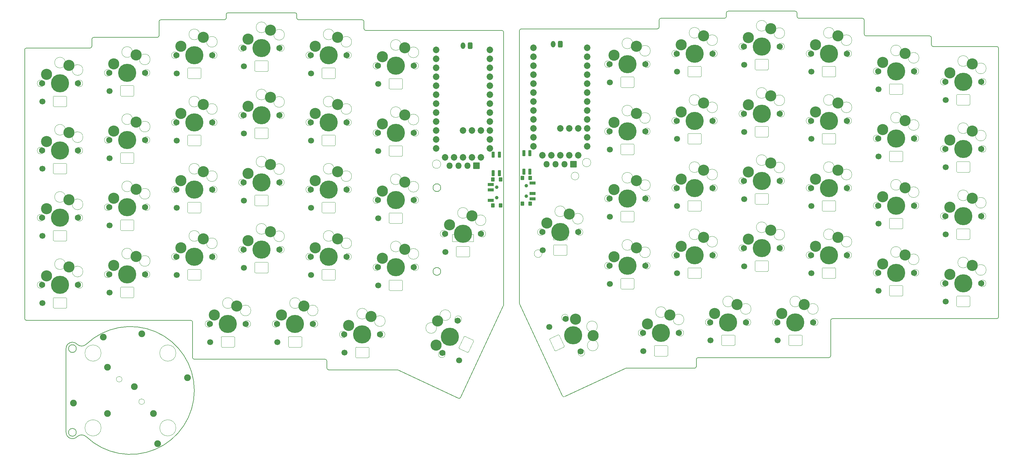
<source format=gts>
G04 #@! TF.GenerationSoftware,KiCad,Pcbnew,9.0.3*
G04 #@! TF.CreationDate,2025-08-01T16:01:12-04:00*
G04 #@! TF.ProjectId,quartz58,71756172-747a-4353-982e-6b696361645f,rev?*
G04 #@! TF.SameCoordinates,Original*
G04 #@! TF.FileFunction,Soldermask,Top*
G04 #@! TF.FilePolarity,Negative*
%FSLAX46Y46*%
G04 Gerber Fmt 4.6, Leading zero omitted, Abs format (unit mm)*
G04 Created by KiCad (PCBNEW 9.0.3) date 2025-08-01 16:01:12*
%MOMM*%
%LPD*%
G01*
G04 APERTURE LIST*
G04 Aperture macros list*
%AMRoundRect*
0 Rectangle with rounded corners*
0 $1 Rounding radius*
0 $2 $3 $4 $5 $6 $7 $8 $9 X,Y pos of 4 corners*
0 Add a 4 corners polygon primitive as box body*
4,1,4,$2,$3,$4,$5,$6,$7,$8,$9,$2,$3,0*
0 Add four circle primitives for the rounded corners*
1,1,$1+$1,$2,$3*
1,1,$1+$1,$4,$5*
1,1,$1+$1,$6,$7*
1,1,$1+$1,$8,$9*
0 Add four rect primitives between the rounded corners*
20,1,$1+$1,$2,$3,$4,$5,0*
20,1,$1+$1,$4,$5,$6,$7,0*
20,1,$1+$1,$6,$7,$8,$9,0*
20,1,$1+$1,$8,$9,$2,$3,0*%
G04 Aperture macros list end*
%ADD10C,1.750000*%
%ADD11C,1.700000*%
%ADD12C,3.150000*%
%ADD13C,5.150000*%
%ADD14C,1.852600*%
%ADD15RoundRect,0.050000X-0.355600X0.774700X-0.355600X-0.774700X0.355600X-0.774700X0.355600X0.774700X0*%
%ADD16C,1.000000*%
%ADD17RoundRect,0.102000X-0.750000X0.350000X-0.750000X-0.350000X0.750000X-0.350000X0.750000X0.350000X0*%
%ADD18RoundRect,0.102000X-0.400000X0.500000X-0.400000X-0.500000X0.400000X-0.500000X0.400000X0.500000X0*%
%ADD19RoundRect,0.270833X0.379167X0.654167X-0.379167X0.654167X-0.379167X-0.654167X0.379167X-0.654167X0*%
%ADD20O,1.300000X1.850000*%
%ADD21RoundRect,0.050000X-0.850000X0.850000X-0.850000X-0.850000X0.850000X-0.850000X0.850000X0.850000X0*%
%ADD22O,1.800000X1.800000*%
%ADD23C,1.900000*%
%ADD24RoundRect,0.102000X0.750000X-0.350000X0.750000X0.350000X-0.750000X0.350000X-0.750000X-0.350000X0*%
%ADD25RoundRect,0.102000X0.400000X-0.500000X0.400000X0.500000X-0.400000X0.500000X-0.400000X-0.500000X0*%
%ADD26RoundRect,0.050000X0.355600X-0.774700X0.355600X0.774700X-0.355600X0.774700X-0.355600X-0.774700X0*%
G04 #@! TA.AperFunction,Profile*
%ADD27C,0.150000*%
G04 #@! TD*
G04 #@! TA.AperFunction,Profile*
%ADD28C,0.200000*%
G04 #@! TD*
G04 #@! TA.AperFunction,Profile*
%ADD29C,0.050000*%
G04 #@! TD*
G04 #@! TA.AperFunction,Profile*
%ADD30C,0.100000*%
G04 #@! TD*
G04 #@! TA.AperFunction,Profile*
%ADD31C,0.120000*%
G04 #@! TD*
G04 APERTURE END LIST*
D10*
X268947109Y-86502544D03*
D11*
X269027109Y-91652544D03*
D12*
X270217109Y-83962544D03*
D13*
X274027109Y-86502544D03*
D12*
X276567109Y-81422544D03*
D10*
X279107109Y-86502544D03*
X307047109Y-113552544D03*
D11*
X307127109Y-118702544D03*
D12*
X308317109Y-111012544D03*
D13*
X312127109Y-113552544D03*
D12*
X314667109Y-108472544D03*
D10*
X317207109Y-113552544D03*
X199356897Y-161746993D03*
D11*
X194723222Y-163995982D03*
D12*
X202195644Y-161824554D03*
D13*
X201503798Y-166351037D03*
D12*
X207181292Y-166506158D03*
D10*
X203650699Y-170955081D03*
X287997109Y-148652544D03*
D11*
X288077109Y-153802544D03*
D12*
X289267109Y-146112544D03*
D13*
X293077109Y-148652544D03*
D12*
X295617109Y-143572544D03*
D10*
X298157109Y-148652544D03*
X249897109Y-141652544D03*
D11*
X249977109Y-146802544D03*
D12*
X251167109Y-139112544D03*
D13*
X254977109Y-141652544D03*
D12*
X257517109Y-136572544D03*
D10*
X260057109Y-141652544D03*
X211797109Y-146652544D03*
D11*
X211877109Y-151802544D03*
D12*
X213067109Y-144112544D03*
D13*
X216877109Y-146652544D03*
D12*
X219417109Y-141572544D03*
D10*
X221957109Y-146652544D03*
D14*
X192747109Y-115337544D03*
X195287109Y-115337544D03*
X197827109Y-115337544D03*
X200367109Y-115337544D03*
X202907109Y-115337544D03*
D10*
X211797109Y-127602544D03*
D11*
X211877109Y-132752544D03*
D12*
X213067109Y-125062544D03*
D13*
X216877109Y-127602544D03*
D12*
X219417109Y-122522544D03*
D10*
X221957109Y-127602544D03*
X230847109Y-86502544D03*
D11*
X230927109Y-91652544D03*
D12*
X232117109Y-83962544D03*
D13*
X235927109Y-86502544D03*
D12*
X238467109Y-81422544D03*
D10*
X241007109Y-86502544D03*
X259422109Y-162702544D03*
D11*
X259502109Y-167852544D03*
D12*
X260692109Y-160162544D03*
D13*
X264502109Y-162702544D03*
D12*
X267042109Y-157622544D03*
D10*
X269582109Y-162702544D03*
X211797109Y-89502544D03*
D11*
X211877109Y-94652544D03*
D12*
X213067109Y-86962544D03*
D13*
X216877109Y-89502544D03*
D12*
X219417109Y-84422544D03*
D10*
X221957109Y-89502544D03*
D15*
X189227110Y-114698644D03*
X187527108Y-114698644D03*
X187527108Y-119956444D03*
X189227110Y-119956444D03*
D10*
X307047109Y-132602544D03*
D11*
X307127109Y-137752544D03*
D12*
X308317109Y-130062544D03*
D13*
X312127109Y-132602544D03*
D12*
X314667109Y-127522544D03*
D10*
X317207109Y-132602544D03*
X287997109Y-91502544D03*
D11*
X288077109Y-96652544D03*
D12*
X289267109Y-88962544D03*
D13*
X293077109Y-91502544D03*
D12*
X295617109Y-86422544D03*
D10*
X298157109Y-91502544D03*
X307047109Y-151652544D03*
D11*
X307127109Y-156802544D03*
D12*
X308317109Y-149112544D03*
D13*
X312127109Y-151652544D03*
D12*
X314667109Y-146572544D03*
D10*
X317207109Y-151652544D03*
X240372109Y-162702544D03*
D11*
X240452109Y-167852544D03*
D12*
X241642109Y-160162544D03*
D13*
X245452109Y-162702544D03*
D12*
X247992109Y-157622544D03*
D10*
X250532109Y-162702544D03*
X230847109Y-105552544D03*
D11*
X230927109Y-110702544D03*
D12*
X232117109Y-103012544D03*
D13*
X235927109Y-105552544D03*
D12*
X238467109Y-100472544D03*
D10*
X241007109Y-105552544D03*
X287997109Y-129602544D03*
D11*
X288077109Y-134752544D03*
D12*
X289267109Y-127062544D03*
D13*
X293077109Y-129602544D03*
D12*
X295617109Y-124522544D03*
D10*
X298157109Y-129602544D03*
X307047109Y-94502544D03*
D11*
X307127109Y-99652544D03*
D12*
X308317109Y-91962544D03*
D13*
X312127109Y-94502544D03*
D12*
X314667109Y-89422544D03*
D10*
X317207109Y-94502544D03*
X268947109Y-143652544D03*
D11*
X269027109Y-148802544D03*
D12*
X270217109Y-141112544D03*
D13*
X274027109Y-143652544D03*
D12*
X276567109Y-138572544D03*
D10*
X279107109Y-143652544D03*
X249897109Y-84502544D03*
D11*
X249977109Y-89652544D03*
D12*
X251167109Y-81962544D03*
D13*
X254977109Y-84502544D03*
D12*
X257517109Y-79422544D03*
D10*
X260057109Y-84502544D03*
X249897109Y-122602544D03*
D11*
X249977109Y-127752544D03*
D12*
X251167109Y-120062544D03*
D13*
X254977109Y-122602544D03*
D12*
X257517109Y-117522544D03*
D10*
X260057109Y-122602544D03*
X221322109Y-165702544D03*
D11*
X221402109Y-170852544D03*
D12*
X222592109Y-163162544D03*
D13*
X226402109Y-165702544D03*
D12*
X228942109Y-160622544D03*
D10*
X231482109Y-165702544D03*
X211797109Y-108552544D03*
D11*
X211877109Y-113702544D03*
D12*
X213067109Y-106012544D03*
D13*
X216877109Y-108552544D03*
D12*
X219417109Y-103472544D03*
D10*
X221957109Y-108552544D03*
D16*
X188227109Y-123927544D03*
X188227109Y-126927544D03*
D17*
X189977109Y-123177544D03*
X189977109Y-126177544D03*
X189977109Y-127677544D03*
D18*
X189327109Y-121777544D03*
X189327109Y-129077544D03*
X187127109Y-121777544D03*
X187127109Y-129077544D03*
D10*
X230847109Y-143652544D03*
D11*
X230927109Y-148802544D03*
D12*
X232117109Y-141112544D03*
D13*
X235927109Y-143652544D03*
D12*
X238467109Y-138572544D03*
D10*
X241007109Y-143652544D03*
X192747109Y-137127544D03*
D11*
X192827109Y-142277544D03*
D12*
X194017109Y-134587544D03*
D13*
X197827109Y-137127544D03*
D12*
X200367109Y-132047544D03*
D10*
X202907109Y-137127544D03*
X268947109Y-124602544D03*
D11*
X269027109Y-129752544D03*
D12*
X270217109Y-122062544D03*
D13*
X274027109Y-124602544D03*
D12*
X276567109Y-119522544D03*
D10*
X279107109Y-124602544D03*
X230847109Y-124602544D03*
D11*
X230927109Y-129752544D03*
D12*
X232117109Y-122062544D03*
D13*
X235927109Y-124602544D03*
D12*
X238467109Y-119522544D03*
D10*
X241007109Y-124602544D03*
X249897109Y-103552544D03*
D11*
X249977109Y-108702544D03*
D12*
X251167109Y-101012544D03*
D13*
X254977109Y-103552544D03*
D12*
X257517109Y-98472544D03*
D10*
X260057109Y-103552544D03*
D19*
X197827109Y-83827544D03*
D20*
X195827109Y-83827544D03*
D14*
X205447109Y-84857544D03*
X205447109Y-87397544D03*
X205447109Y-89937544D03*
X205447109Y-92477544D03*
X205447109Y-95017544D03*
X205447109Y-97557544D03*
X205447109Y-100097544D03*
X205447109Y-102637544D03*
X205447109Y-105177544D03*
X205447109Y-107717544D03*
X205447109Y-110257544D03*
X205447109Y-112797544D03*
X190207109Y-112797544D03*
X190207109Y-110257544D03*
X190207109Y-107717544D03*
X190207109Y-105177544D03*
X190207109Y-102637544D03*
X190207109Y-100097544D03*
X190207109Y-97557544D03*
X190207109Y-95017544D03*
X190207109Y-92477544D03*
X190207109Y-89937544D03*
X190207109Y-87397544D03*
X190207109Y-84857544D03*
X202907109Y-107717544D03*
X200367109Y-107717544D03*
X197827109Y-107717544D03*
D10*
X287997109Y-110552544D03*
D11*
X288077109Y-115702544D03*
D12*
X289267109Y-108012544D03*
D13*
X293077109Y-110552544D03*
D12*
X295617109Y-105472544D03*
D10*
X298157109Y-110552544D03*
D21*
X201627109Y-117877544D03*
D22*
X199087109Y-117877544D03*
X196547109Y-117877544D03*
X194007109Y-117877544D03*
D10*
X268947109Y-105552544D03*
D11*
X269027109Y-110702544D03*
D12*
X270217109Y-103012544D03*
D13*
X274027109Y-105552544D03*
D12*
X276567109Y-100472544D03*
D10*
X279107109Y-105552544D03*
D23*
X69380986Y-175481924D03*
X69380986Y-188577544D03*
X82476606Y-188577544D03*
X77038796Y-180919734D03*
X68200116Y-166918864D03*
X59778476Y-185635974D03*
X83657476Y-197140604D03*
X92079116Y-178423494D03*
X79181486Y-165950124D03*
D10*
X69921607Y-149102544D03*
D11*
X70001607Y-154252544D03*
D12*
X71191607Y-146562544D03*
D13*
X75001607Y-149102544D03*
D12*
X77541607Y-144022544D03*
D10*
X80081607Y-149102544D03*
X98496607Y-163152544D03*
D11*
X98576607Y-168302544D03*
D12*
X99766607Y-160612544D03*
D13*
X103576607Y-163152544D03*
D12*
X106116607Y-158072544D03*
D10*
X108656607Y-163152544D03*
X146121607Y-147102544D03*
D11*
X146201607Y-152252544D03*
D12*
X147391607Y-144562544D03*
D13*
X151201607Y-147102544D03*
D12*
X153741607Y-142022544D03*
D10*
X156281607Y-147102544D03*
D16*
X179851607Y-127377544D03*
X179851607Y-124377544D03*
D24*
X178101607Y-128127544D03*
X178101607Y-125127544D03*
X178101607Y-123627544D03*
D25*
X178751607Y-129527544D03*
X178751607Y-122227544D03*
X180951607Y-129527544D03*
X180951607Y-122227544D03*
D10*
X88971607Y-106002544D03*
D11*
X89051607Y-111152544D03*
D12*
X90241607Y-103462544D03*
D13*
X94051607Y-106002544D03*
D12*
X96591607Y-100922544D03*
D10*
X99131607Y-106002544D03*
X108021607Y-142102544D03*
D11*
X108101607Y-147252544D03*
D12*
X109291607Y-139562544D03*
D13*
X113101607Y-142102544D03*
D12*
X115641607Y-137022544D03*
D10*
X118181607Y-142102544D03*
X50871607Y-94952544D03*
D11*
X50951607Y-100102544D03*
D12*
X52141607Y-92412544D03*
D13*
X55951607Y-94952544D03*
D12*
X58491607Y-89872544D03*
D10*
X61031607Y-94952544D03*
X88971607Y-86952544D03*
D11*
X89051607Y-92102544D03*
D12*
X90241607Y-84412544D03*
D13*
X94051607Y-86952544D03*
D12*
X96591607Y-81872544D03*
D10*
X99131607Y-86952544D03*
X117546607Y-163152544D03*
D11*
X117626607Y-168302544D03*
D12*
X118816607Y-160612544D03*
D13*
X122626607Y-163152544D03*
D12*
X125166607Y-158072544D03*
D10*
X127706607Y-163152544D03*
X50871607Y-152102544D03*
D11*
X50951607Y-157252544D03*
D12*
X52141607Y-149562544D03*
D13*
X55951607Y-152102544D03*
D12*
X58491607Y-147022544D03*
D10*
X61031607Y-152102544D03*
X127071607Y-144102544D03*
D11*
X127151607Y-149252544D03*
D12*
X128341607Y-141562544D03*
D13*
X132151607Y-144102544D03*
D12*
X134691607Y-139022544D03*
D10*
X137231607Y-144102544D03*
X127071607Y-86952544D03*
D11*
X127151607Y-92102544D03*
D12*
X128341607Y-84412544D03*
D13*
X132151607Y-86952544D03*
D12*
X134691607Y-81872544D03*
D10*
X137231607Y-86952544D03*
X127071607Y-106002544D03*
D11*
X127151607Y-111152544D03*
D12*
X128341607Y-103462544D03*
D13*
X132151607Y-106002544D03*
D12*
X134691607Y-100922544D03*
D10*
X137231607Y-106002544D03*
X69921607Y-130052544D03*
D11*
X70001607Y-135202544D03*
D12*
X71191607Y-127512544D03*
D13*
X75001607Y-130052544D03*
D12*
X77541607Y-124972544D03*
D10*
X80081607Y-130052544D03*
X164428017Y-171405081D03*
D11*
X169129312Y-173509060D03*
D12*
X162662721Y-169180619D03*
D13*
X166574918Y-166801037D03*
D12*
X163044325Y-162352114D03*
D10*
X168721819Y-162196993D03*
X146121607Y-89952544D03*
D11*
X146201607Y-95102544D03*
D12*
X147391607Y-87412544D03*
D13*
X151201607Y-89952544D03*
D12*
X153741607Y-84872544D03*
D10*
X156281607Y-89952544D03*
X88971607Y-125052544D03*
D11*
X89051607Y-130202544D03*
D12*
X90241607Y-122512544D03*
D13*
X94051607Y-125052544D03*
D12*
X96591607Y-119972544D03*
D10*
X99131607Y-125052544D03*
X165171607Y-137577544D03*
D11*
X165251607Y-142727544D03*
D12*
X166441607Y-135037544D03*
D13*
X170251607Y-137577544D03*
D12*
X172791607Y-132497544D03*
D10*
X175331607Y-137577544D03*
X146121607Y-109002544D03*
D11*
X146201607Y-114152544D03*
D12*
X147391607Y-106462544D03*
D13*
X151201607Y-109002544D03*
D12*
X153741607Y-103922544D03*
D10*
X156281607Y-109002544D03*
X50871607Y-133052544D03*
D11*
X50951607Y-138202544D03*
D12*
X52141607Y-130512544D03*
D13*
X55951607Y-133052544D03*
D12*
X58491607Y-127972544D03*
D10*
X61031607Y-133052544D03*
X146121607Y-128052544D03*
D11*
X146201607Y-133202544D03*
D12*
X147391607Y-125512544D03*
D13*
X151201607Y-128052544D03*
D12*
X153741607Y-122972544D03*
D10*
X156281607Y-128052544D03*
X108021607Y-84952544D03*
D11*
X108101607Y-90102544D03*
D12*
X109291607Y-82412544D03*
D13*
X113101607Y-84952544D03*
D12*
X115641607Y-79872544D03*
D10*
X118181607Y-84952544D03*
X50871607Y-114002544D03*
D11*
X50951607Y-119152544D03*
D12*
X52141607Y-111462544D03*
D13*
X55951607Y-114002544D03*
D12*
X58491607Y-108922544D03*
D10*
X61031607Y-114002544D03*
D14*
X165171607Y-115887544D03*
X167711607Y-115887544D03*
X170251607Y-115887544D03*
X172791607Y-115887544D03*
X175331607Y-115887544D03*
D26*
X178851606Y-120406444D03*
X180551608Y-120406444D03*
X180551608Y-115148644D03*
X178851606Y-115148644D03*
D10*
X108021607Y-123052544D03*
D11*
X108101607Y-128202544D03*
D12*
X109291607Y-120512544D03*
D13*
X113101607Y-123052544D03*
D12*
X115641607Y-117972544D03*
D10*
X118181607Y-123052544D03*
X88971607Y-144102544D03*
D11*
X89051607Y-149252544D03*
D12*
X90241607Y-141562544D03*
D13*
X94051607Y-144102544D03*
D12*
X96591607Y-139022544D03*
D10*
X99131607Y-144102544D03*
D21*
X174051607Y-118327544D03*
D22*
X171511607Y-118327544D03*
X168971607Y-118327544D03*
X166431607Y-118327544D03*
D10*
X69921607Y-111002544D03*
D11*
X70001607Y-116152544D03*
D12*
X71191607Y-108462544D03*
D13*
X75001607Y-111002544D03*
D12*
X77541607Y-105922544D03*
D10*
X80081607Y-111002544D03*
X69921607Y-91952544D03*
D11*
X70001607Y-97102544D03*
D12*
X71191607Y-89412544D03*
D13*
X75001607Y-91952544D03*
D12*
X77541607Y-86872544D03*
D10*
X80081607Y-91952544D03*
X127071607Y-125052544D03*
D11*
X127151607Y-130202544D03*
D12*
X128341607Y-122512544D03*
D13*
X132151607Y-125052544D03*
D12*
X134691607Y-119972544D03*
D10*
X137231607Y-125052544D03*
X108021607Y-104002544D03*
D11*
X108101607Y-109152544D03*
D12*
X109291607Y-101462544D03*
D13*
X113101607Y-104002544D03*
D12*
X115641607Y-98922544D03*
D10*
X118181607Y-104002544D03*
X136596607Y-166152544D03*
D11*
X136676607Y-171302544D03*
D12*
X137866607Y-163612544D03*
D13*
X141676607Y-166152544D03*
D12*
X144216607Y-161072544D03*
D10*
X146756607Y-166152544D03*
D19*
X172251607Y-84277544D03*
D20*
X170251607Y-84277544D03*
D14*
X177871607Y-85407544D03*
X177871607Y-87947544D03*
X177871607Y-90487544D03*
X177871607Y-93027544D03*
X177871607Y-95567544D03*
X177871607Y-98107544D03*
X177871607Y-100647544D03*
X177871607Y-103187544D03*
X177871607Y-105727544D03*
X177871607Y-108267544D03*
X177871607Y-110807544D03*
X177871607Y-113347544D03*
X162631607Y-113347544D03*
X162631607Y-110807544D03*
X162631607Y-108267544D03*
X162631607Y-105727544D03*
X162631607Y-103187544D03*
X162631607Y-100647544D03*
X162631607Y-98107544D03*
X162631607Y-95567544D03*
X162631607Y-93027544D03*
X162631607Y-90487544D03*
X162631607Y-87947544D03*
X162631607Y-85407544D03*
X175331607Y-108267544D03*
X172791607Y-108267544D03*
X170251607Y-108267544D03*
D27*
X186348957Y-157573007D02*
G75*
G02*
X186302111Y-157361695I453145J211307D01*
G01*
X225902109Y-78977544D02*
G75*
G02*
X225402109Y-79477607I-500107J44D01*
G01*
X236427109Y-175227544D02*
G75*
G02*
X235927109Y-175727607I-500107J44D01*
G01*
X283552109Y-76477544D02*
X265502109Y-76477544D01*
X274527109Y-172227544D02*
G75*
G02*
X274027109Y-172727607I-500107J44D01*
G01*
X274527109Y-172227544D02*
X274527109Y-162177544D01*
X244452109Y-76477544D02*
X226402109Y-76477544D01*
X274527109Y-162177544D02*
G75*
G02*
X275027109Y-161677607I499893J44D01*
G01*
X186348956Y-157573007D02*
X198456219Y-183536662D01*
X303102109Y-83977544D02*
X303102109Y-81977544D01*
X322152109Y-161177544D02*
X322152109Y-84977544D01*
X199120682Y-183778503D02*
G75*
G02*
X198456234Y-183536655I-211280J453203D01*
G01*
X216285557Y-175774390D02*
G75*
G02*
X216496866Y-175727544I211145J-452410D01*
G01*
X265502109Y-76477544D02*
G75*
G02*
X265002158Y-75977544I-7J499944D01*
G01*
X264502109Y-74477544D02*
G75*
G02*
X265002158Y-74977544I-7J-500056D01*
G01*
X321652109Y-84477544D02*
X303602109Y-84477544D01*
X275027109Y-161677544D02*
X321652109Y-161677544D01*
X284552109Y-81477544D02*
G75*
G02*
X284052158Y-80977544I-7J499944D01*
G01*
X264502109Y-74477544D02*
X245452109Y-74477544D01*
X321652109Y-84477544D02*
G75*
G02*
X322152158Y-84977544I-7J-500056D01*
G01*
X284052109Y-80977544D02*
X284052109Y-76977544D01*
X225402109Y-79477544D02*
X186802109Y-79477544D01*
X216496866Y-175727544D02*
X235927109Y-175727544D01*
X225902109Y-76977544D02*
X225902109Y-78977544D01*
X244952109Y-74977544D02*
G75*
G02*
X245452109Y-74477607I499893J44D01*
G01*
X236427109Y-173227544D02*
G75*
G02*
X236927109Y-172727607I499893J44D01*
G01*
X302602109Y-81477544D02*
G75*
G02*
X303102158Y-81977544I-7J-500056D01*
G01*
X265002109Y-75977544D02*
X265002109Y-74977544D01*
X236427109Y-175227544D02*
X236427109Y-173227544D01*
X283552109Y-76477544D02*
G75*
G02*
X284052158Y-76977544I-7J-500056D01*
G01*
X303602109Y-84477544D02*
G75*
G02*
X303102158Y-83977544I-7J499944D01*
G01*
X322152109Y-161177544D02*
G75*
G02*
X321652109Y-161677607I-500107J44D01*
G01*
X186302109Y-79977544D02*
X186302109Y-157361695D01*
X225902109Y-76977544D02*
G75*
G02*
X226402109Y-76477607I499893J44D01*
G01*
X186302109Y-79977544D02*
G75*
G02*
X186802109Y-79477607I499893J44D01*
G01*
X244952109Y-75977544D02*
G75*
G02*
X244452109Y-76477607I-500107J44D01*
G01*
X302602109Y-81477544D02*
X284552109Y-81477544D01*
X199120681Y-183778503D02*
X216285557Y-175774390D01*
X244952109Y-74977544D02*
X244952109Y-75977544D01*
X236927109Y-172727544D02*
X274027109Y-172727544D01*
D28*
X57678796Y-170155224D02*
G75*
G02*
X60787780Y-168919594I1800019J42D01*
G01*
X60578796Y-193904244D02*
G75*
G02*
X58378796Y-193904244I-1100000J0D01*
G01*
X58378796Y-193904244D02*
G75*
G02*
X60578796Y-193904244I1100000J0D01*
G01*
X60578796Y-170155224D02*
G75*
G02*
X58378796Y-170155224I-1100000J0D01*
G01*
X58378796Y-170155224D02*
G75*
G02*
X60578796Y-170155224I1100000J0D01*
G01*
X60753479Y-195175152D02*
G75*
G02*
X63427651Y-195153661I1348036J-1351830D01*
G01*
X60750201Y-195178431D02*
G75*
G02*
X57678849Y-193904251I-1271386J1274149D01*
G01*
X63419106Y-168913963D02*
G75*
G02*
X60790947Y-168920627I-1317591J1381481D01*
G01*
X57678796Y-170155224D02*
X57678796Y-193904244D01*
X63419106Y-168913964D02*
G75*
G02*
X63427689Y-195153681I12509689J-13115768D01*
G01*
D27*
X169622497Y-183986661D02*
G75*
G02*
X168958020Y-184228535I-453197J211361D01*
G01*
X151581850Y-176177544D02*
X132151607Y-176177544D01*
X103076607Y-76427544D02*
X103076607Y-75427544D01*
X168958035Y-184228503D02*
X151793159Y-176224390D01*
X103576607Y-74927544D02*
X122626607Y-74927544D01*
X181776606Y-157811695D02*
G75*
G02*
X181729765Y-158023010I-499606J-105D01*
G01*
X181276607Y-79927544D02*
G75*
G02*
X181776556Y-80427544I-7J-499956D01*
G01*
X123626607Y-76927544D02*
X141676607Y-76927544D01*
X84026607Y-77427544D02*
G75*
G02*
X84526607Y-76927507I499993J44D01*
G01*
X93551607Y-172677544D02*
X93551607Y-162627544D01*
X94051607Y-173177544D02*
G75*
G02*
X93551556Y-172677544I-7J500044D01*
G01*
X151581850Y-176177544D02*
G75*
G02*
X151793164Y-176224379I-50J-500356D01*
G01*
X122626607Y-74927544D02*
G75*
G02*
X123126556Y-75427544I-7J-499956D01*
G01*
X65476607Y-81927544D02*
X83526607Y-81927544D01*
X132151607Y-176177544D02*
G75*
G02*
X131651556Y-175677544I-7J500044D01*
G01*
X142676607Y-79927544D02*
G75*
G02*
X142176556Y-79427544I-7J500044D01*
G01*
X142676607Y-79927544D02*
X181276607Y-79927544D01*
X142176607Y-77427544D02*
X142176607Y-79427544D01*
X84526607Y-76927544D02*
X102576607Y-76927544D01*
X46426607Y-84927544D02*
X64476607Y-84927544D01*
X131151607Y-173177544D02*
X94051607Y-173177544D01*
X46426607Y-162127544D02*
G75*
G02*
X45926556Y-161627544I-7J500044D01*
G01*
X64976607Y-84427544D02*
G75*
G02*
X64476607Y-84927507I-500007J44D01*
G01*
X131651607Y-175677544D02*
X131651607Y-173677544D01*
X123126607Y-75427544D02*
X123126607Y-76427544D01*
X181729760Y-158023007D02*
X169622497Y-183986662D01*
X84026607Y-81427544D02*
G75*
G02*
X83526607Y-81927507I-500007J44D01*
G01*
X64976607Y-84427544D02*
X64976607Y-82427544D01*
X181776607Y-80427544D02*
X181776607Y-157811695D01*
X45926607Y-85427544D02*
G75*
G02*
X46426607Y-84927507I499993J44D01*
G01*
X45926607Y-161627544D02*
X45926607Y-85427544D01*
X141676607Y-76927544D02*
G75*
G02*
X142176556Y-77427544I-7J-499956D01*
G01*
X64976607Y-82427544D02*
G75*
G02*
X65476607Y-81927507I499993J44D01*
G01*
X123626607Y-76927544D02*
G75*
G02*
X123126556Y-76427544I-7J500044D01*
G01*
X93051607Y-162127544D02*
X46426607Y-162127544D01*
X103076607Y-75427544D02*
G75*
G02*
X103576607Y-74927507I499993J44D01*
G01*
X93051607Y-162127544D02*
G75*
G02*
X93551556Y-162627544I-7J-499956D01*
G01*
X103076607Y-76427544D02*
G75*
G02*
X102576607Y-76927507I-500007J44D01*
G01*
X84026607Y-81427544D02*
X84026607Y-77427544D01*
X131151607Y-173177544D02*
G75*
G02*
X131651556Y-173677544I-7J-499956D01*
G01*
D29*
X269477109Y-86502544D02*
G75*
G02*
X267577109Y-86502544I-950000J0D01*
G01*
X267577109Y-86502544D02*
G75*
G02*
X269477109Y-86502544I950000J0D01*
G01*
D30*
X275552109Y-80602544D02*
G75*
G02*
X272502109Y-80602544I-1525000J0D01*
G01*
X272502109Y-80602544D02*
G75*
G02*
X275552109Y-80602544I1525000J0D01*
G01*
X280552109Y-82702544D02*
G75*
G02*
X277502109Y-82702544I-1525000J0D01*
G01*
X277502109Y-82702544D02*
G75*
G02*
X280552109Y-82702544I1525000J0D01*
G01*
D29*
X280477109Y-86502544D02*
G75*
G02*
X278577109Y-86502544I-950000J0D01*
G01*
X278577109Y-86502544D02*
G75*
G02*
X280477109Y-86502544I950000J0D01*
G01*
X307577109Y-113552544D02*
G75*
G02*
X305677109Y-113552544I-950000J0D01*
G01*
X305677109Y-113552544D02*
G75*
G02*
X307577109Y-113552544I950000J0D01*
G01*
D30*
X313652109Y-107652544D02*
G75*
G02*
X310602109Y-107652544I-1525000J0D01*
G01*
X310602109Y-107652544D02*
G75*
G02*
X313652109Y-107652544I1525000J0D01*
G01*
X318652109Y-109752544D02*
G75*
G02*
X315602109Y-109752544I-1525000J0D01*
G01*
X315602109Y-109752544D02*
G75*
G02*
X318652109Y-109752544I1525000J0D01*
G01*
D29*
X318577109Y-113552544D02*
G75*
G02*
X316677109Y-113552544I-950000J0D01*
G01*
X316677109Y-113552544D02*
G75*
G02*
X318577109Y-113552544I950000J0D01*
G01*
X200129398Y-161366344D02*
G75*
G02*
X198229398Y-161366344I-950000J0D01*
G01*
X198229398Y-161366344D02*
G75*
G02*
X200129398Y-161366344I950000J0D01*
G01*
X204778198Y-171335730D02*
G75*
G02*
X202878198Y-171335730I-950000J0D01*
G01*
X202878198Y-171335730D02*
G75*
G02*
X204778198Y-171335730I950000J0D01*
G01*
D30*
X208376015Y-163857589D02*
G75*
G02*
X205326013Y-163857589I-1525001J0D01*
G01*
X205326013Y-163857589D02*
G75*
G02*
X208376015Y-163857589I1525001J0D01*
G01*
X208585859Y-169276627D02*
G75*
G02*
X205535859Y-169276627I-1525000J0D01*
G01*
X205535859Y-169276627D02*
G75*
G02*
X208585859Y-169276627I1525000J0D01*
G01*
D29*
X288527109Y-148652544D02*
G75*
G02*
X286627109Y-148652544I-950000J0D01*
G01*
X286627109Y-148652544D02*
G75*
G02*
X288527109Y-148652544I950000J0D01*
G01*
D30*
X294602109Y-142752544D02*
G75*
G02*
X291552109Y-142752544I-1525000J0D01*
G01*
X291552109Y-142752544D02*
G75*
G02*
X294602109Y-142752544I1525000J0D01*
G01*
X299602109Y-144852544D02*
G75*
G02*
X296552109Y-144852544I-1525000J0D01*
G01*
X296552109Y-144852544D02*
G75*
G02*
X299602109Y-144852544I1525000J0D01*
G01*
D29*
X299527109Y-148652544D02*
G75*
G02*
X297627109Y-148652544I-950000J0D01*
G01*
X297627109Y-148652544D02*
G75*
G02*
X299527109Y-148652544I950000J0D01*
G01*
X250427109Y-141652544D02*
G75*
G02*
X248527109Y-141652544I-950000J0D01*
G01*
X248527109Y-141652544D02*
G75*
G02*
X250427109Y-141652544I950000J0D01*
G01*
D30*
X256502109Y-135752544D02*
G75*
G02*
X253452109Y-135752544I-1525000J0D01*
G01*
X253452109Y-135752544D02*
G75*
G02*
X256502109Y-135752544I1525000J0D01*
G01*
X261502109Y-137852544D02*
G75*
G02*
X258452109Y-137852544I-1525000J0D01*
G01*
X258452109Y-137852544D02*
G75*
G02*
X261502109Y-137852544I1525000J0D01*
G01*
D29*
X261427109Y-141652544D02*
G75*
G02*
X259527109Y-141652544I-950000J0D01*
G01*
X259527109Y-141652544D02*
G75*
G02*
X261427109Y-141652544I950000J0D01*
G01*
X212327109Y-146652544D02*
G75*
G02*
X210427109Y-146652544I-950000J0D01*
G01*
X210427109Y-146652544D02*
G75*
G02*
X212327109Y-146652544I950000J0D01*
G01*
D30*
X218402109Y-140752544D02*
G75*
G02*
X215352109Y-140752544I-1525000J0D01*
G01*
X215352109Y-140752544D02*
G75*
G02*
X218402109Y-140752544I1525000J0D01*
G01*
X223402109Y-142852544D02*
G75*
G02*
X220352109Y-142852544I-1525000J0D01*
G01*
X220352109Y-142852544D02*
G75*
G02*
X223402109Y-142852544I1525000J0D01*
G01*
D29*
X223327109Y-146652544D02*
G75*
G02*
X221427109Y-146652544I-950000J0D01*
G01*
X221427109Y-146652544D02*
G75*
G02*
X223327109Y-146652544I950000J0D01*
G01*
X212327109Y-127602544D02*
G75*
G02*
X210427109Y-127602544I-950000J0D01*
G01*
X210427109Y-127602544D02*
G75*
G02*
X212327109Y-127602544I950000J0D01*
G01*
D30*
X218402109Y-121702544D02*
G75*
G02*
X215352109Y-121702544I-1525000J0D01*
G01*
X215352109Y-121702544D02*
G75*
G02*
X218402109Y-121702544I1525000J0D01*
G01*
X223402109Y-123802544D02*
G75*
G02*
X220352109Y-123802544I-1525000J0D01*
G01*
X220352109Y-123802544D02*
G75*
G02*
X223402109Y-123802544I1525000J0D01*
G01*
D29*
X223327109Y-127602544D02*
G75*
G02*
X221427109Y-127602544I-950000J0D01*
G01*
X221427109Y-127602544D02*
G75*
G02*
X223327109Y-127602544I950000J0D01*
G01*
X231377109Y-86502544D02*
G75*
G02*
X229477109Y-86502544I-950000J0D01*
G01*
X229477109Y-86502544D02*
G75*
G02*
X231377109Y-86502544I950000J0D01*
G01*
D30*
X237452109Y-80602544D02*
G75*
G02*
X234402109Y-80602544I-1525000J0D01*
G01*
X234402109Y-80602544D02*
G75*
G02*
X237452109Y-80602544I1525000J0D01*
G01*
X242452109Y-82702544D02*
G75*
G02*
X239402109Y-82702544I-1525000J0D01*
G01*
X239402109Y-82702544D02*
G75*
G02*
X242452109Y-82702544I1525000J0D01*
G01*
D29*
X242377109Y-86502544D02*
G75*
G02*
X240477109Y-86502544I-950000J0D01*
G01*
X240477109Y-86502544D02*
G75*
G02*
X242377109Y-86502544I950000J0D01*
G01*
X259952109Y-162702544D02*
G75*
G02*
X258052109Y-162702544I-950000J0D01*
G01*
X258052109Y-162702544D02*
G75*
G02*
X259952109Y-162702544I950000J0D01*
G01*
D30*
X266027109Y-156802544D02*
G75*
G02*
X262977109Y-156802544I-1525000J0D01*
G01*
X262977109Y-156802544D02*
G75*
G02*
X266027109Y-156802544I1525000J0D01*
G01*
X271027109Y-158902544D02*
G75*
G02*
X267977109Y-158902544I-1525000J0D01*
G01*
X267977109Y-158902544D02*
G75*
G02*
X271027109Y-158902544I1525000J0D01*
G01*
D29*
X270952109Y-162702544D02*
G75*
G02*
X269052109Y-162702544I-950000J0D01*
G01*
X269052109Y-162702544D02*
G75*
G02*
X270952109Y-162702544I950000J0D01*
G01*
X212327109Y-89502544D02*
G75*
G02*
X210427109Y-89502544I-950000J0D01*
G01*
X210427109Y-89502544D02*
G75*
G02*
X212327109Y-89502544I950000J0D01*
G01*
D30*
X218402109Y-83602544D02*
G75*
G02*
X215352109Y-83602544I-1525000J0D01*
G01*
X215352109Y-83602544D02*
G75*
G02*
X218402109Y-83602544I1525000J0D01*
G01*
X223402109Y-85702544D02*
G75*
G02*
X220352109Y-85702544I-1525000J0D01*
G01*
X220352109Y-85702544D02*
G75*
G02*
X223402109Y-85702544I1525000J0D01*
G01*
D29*
X223327109Y-89502544D02*
G75*
G02*
X221427109Y-89502544I-950000J0D01*
G01*
X221427109Y-89502544D02*
G75*
G02*
X223327109Y-89502544I950000J0D01*
G01*
X307577109Y-132602544D02*
G75*
G02*
X305677109Y-132602544I-950000J0D01*
G01*
X305677109Y-132602544D02*
G75*
G02*
X307577109Y-132602544I950000J0D01*
G01*
D30*
X313652109Y-126702544D02*
G75*
G02*
X310602109Y-126702544I-1525000J0D01*
G01*
X310602109Y-126702544D02*
G75*
G02*
X313652109Y-126702544I1525000J0D01*
G01*
X318652109Y-128802544D02*
G75*
G02*
X315602109Y-128802544I-1525000J0D01*
G01*
X315602109Y-128802544D02*
G75*
G02*
X318652109Y-128802544I1525000J0D01*
G01*
D29*
X318577109Y-132602544D02*
G75*
G02*
X316677109Y-132602544I-950000J0D01*
G01*
X316677109Y-132602544D02*
G75*
G02*
X318577109Y-132602544I950000J0D01*
G01*
X288527109Y-91502544D02*
G75*
G02*
X286627109Y-91502544I-950000J0D01*
G01*
X286627109Y-91502544D02*
G75*
G02*
X288527109Y-91502544I950000J0D01*
G01*
D30*
X294602109Y-85602544D02*
G75*
G02*
X291552109Y-85602544I-1525000J0D01*
G01*
X291552109Y-85602544D02*
G75*
G02*
X294602109Y-85602544I1525000J0D01*
G01*
X299602109Y-87702544D02*
G75*
G02*
X296552109Y-87702544I-1525000J0D01*
G01*
X296552109Y-87702544D02*
G75*
G02*
X299602109Y-87702544I1525000J0D01*
G01*
D29*
X299527109Y-91502544D02*
G75*
G02*
X297627109Y-91502544I-950000J0D01*
G01*
X297627109Y-91502544D02*
G75*
G02*
X299527109Y-91502544I950000J0D01*
G01*
D31*
X272127109Y-109332544D02*
X272127109Y-111932544D01*
X272327109Y-112132544D02*
X275727109Y-112132544D01*
X275727109Y-109132544D02*
X272327109Y-109132544D01*
X275927109Y-111932544D02*
X275927109Y-109332544D01*
X272127109Y-109332544D02*
G75*
G02*
X272327109Y-109132544I200000J0D01*
G01*
X272327109Y-112132544D02*
G75*
G02*
X272127109Y-111932544I0J200000D01*
G01*
X275727109Y-109132544D02*
G75*
G02*
X275927109Y-109332544I-1J-200001D01*
G01*
X275927109Y-111932544D02*
G75*
G02*
X275727109Y-112132544I-200001J1D01*
G01*
X253077109Y-126382544D02*
X253077109Y-128982544D01*
X253277109Y-129182544D02*
X256677109Y-129182544D01*
X256677109Y-126182544D02*
X253277109Y-126182544D01*
X256877109Y-128982544D02*
X256877109Y-126382544D01*
X253077109Y-126382544D02*
G75*
G02*
X253277109Y-126182544I200000J0D01*
G01*
X253277109Y-129182544D02*
G75*
G02*
X253077109Y-128982544I0J200000D01*
G01*
X256677109Y-126182544D02*
G75*
G02*
X256877109Y-126382544I-1J-200001D01*
G01*
X256877109Y-128982544D02*
G75*
G02*
X256677109Y-129182544I-200001J1D01*
G01*
X272127109Y-147432544D02*
X272127109Y-150032544D01*
X272327109Y-150232544D02*
X275727109Y-150232544D01*
X275727109Y-147232544D02*
X272327109Y-147232544D01*
X275927109Y-150032544D02*
X275927109Y-147432544D01*
X272127109Y-147432544D02*
G75*
G02*
X272327109Y-147232544I200000J0D01*
G01*
X272327109Y-150232544D02*
G75*
G02*
X272127109Y-150032544I0J200000D01*
G01*
X275727109Y-147232544D02*
G75*
G02*
X275927109Y-147432544I-1J-200001D01*
G01*
X275927109Y-150032544D02*
G75*
G02*
X275727109Y-150232544I-200001J1D01*
G01*
X272127109Y-90282544D02*
X272127109Y-92882544D01*
X272327109Y-93082544D02*
X275727109Y-93082544D01*
X275727109Y-90082544D02*
X272327109Y-90082544D01*
X275927109Y-92882544D02*
X275927109Y-90282544D01*
X272127109Y-90282544D02*
G75*
G02*
X272327109Y-90082544I200000J0D01*
G01*
X272327109Y-93082544D02*
G75*
G02*
X272127109Y-92882544I0J200000D01*
G01*
X275727109Y-90082544D02*
G75*
G02*
X275927109Y-90282544I-1J-200001D01*
G01*
X275927109Y-92882544D02*
G75*
G02*
X275727109Y-93082544I-200001J1D01*
G01*
X234027109Y-90282544D02*
X234027109Y-92882544D01*
X234227109Y-93082544D02*
X237627109Y-93082544D01*
X237627109Y-90082544D02*
X234227109Y-90082544D01*
X237827109Y-92882544D02*
X237827109Y-90282544D01*
X234027109Y-90282544D02*
G75*
G02*
X234227109Y-90082544I200000J0D01*
G01*
X234227109Y-93082544D02*
G75*
G02*
X234027109Y-92882544I0J200000D01*
G01*
X237627109Y-90082544D02*
G75*
G02*
X237827109Y-90282544I-1J-200001D01*
G01*
X237827109Y-92882544D02*
G75*
G02*
X237627109Y-93082544I-200001J1D01*
G01*
X195927109Y-140907544D02*
X195927109Y-143507544D01*
X196127109Y-143707544D02*
X199527109Y-143707544D01*
X199527109Y-140707544D02*
X196127109Y-140707544D01*
X199727109Y-143507544D02*
X199727109Y-140907544D01*
X195927109Y-140907544D02*
G75*
G02*
X196127109Y-140707544I200000J0D01*
G01*
X196127109Y-143707544D02*
G75*
G02*
X195927109Y-143507544I0J200000D01*
G01*
X199527109Y-140707544D02*
G75*
G02*
X199727109Y-140907544I-1J-200001D01*
G01*
X199727109Y-143507544D02*
G75*
G02*
X199527109Y-143707544I-200001J1D01*
G01*
D29*
X307577109Y-151652544D02*
G75*
G02*
X305677109Y-151652544I-950000J0D01*
G01*
X305677109Y-151652544D02*
G75*
G02*
X307577109Y-151652544I950000J0D01*
G01*
D30*
X313652109Y-145752544D02*
G75*
G02*
X310602109Y-145752544I-1525000J0D01*
G01*
X310602109Y-145752544D02*
G75*
G02*
X313652109Y-145752544I1525000J0D01*
G01*
X318652109Y-147852544D02*
G75*
G02*
X315602109Y-147852544I-1525000J0D01*
G01*
X315602109Y-147852544D02*
G75*
G02*
X318652109Y-147852544I1525000J0D01*
G01*
D29*
X318577109Y-151652544D02*
G75*
G02*
X316677109Y-151652544I-950000J0D01*
G01*
X316677109Y-151652544D02*
G75*
G02*
X318577109Y-151652544I950000J0D01*
G01*
X240902109Y-162702544D02*
G75*
G02*
X239002109Y-162702544I-950000J0D01*
G01*
X239002109Y-162702544D02*
G75*
G02*
X240902109Y-162702544I950000J0D01*
G01*
D30*
X246977109Y-156802544D02*
G75*
G02*
X243927109Y-156802544I-1525000J0D01*
G01*
X243927109Y-156802544D02*
G75*
G02*
X246977109Y-156802544I1525000J0D01*
G01*
X251977109Y-158902544D02*
G75*
G02*
X248927109Y-158902544I-1525000J0D01*
G01*
X248927109Y-158902544D02*
G75*
G02*
X251977109Y-158902544I1525000J0D01*
G01*
D29*
X251902109Y-162702544D02*
G75*
G02*
X250002109Y-162702544I-950000J0D01*
G01*
X250002109Y-162702544D02*
G75*
G02*
X251902109Y-162702544I950000J0D01*
G01*
X231377109Y-105552544D02*
G75*
G02*
X229477109Y-105552544I-950000J0D01*
G01*
X229477109Y-105552544D02*
G75*
G02*
X231377109Y-105552544I950000J0D01*
G01*
D30*
X237452109Y-99652544D02*
G75*
G02*
X234402109Y-99652544I-1525000J0D01*
G01*
X234402109Y-99652544D02*
G75*
G02*
X237452109Y-99652544I1525000J0D01*
G01*
X242452109Y-101752544D02*
G75*
G02*
X239402109Y-101752544I-1525000J0D01*
G01*
X239402109Y-101752544D02*
G75*
G02*
X242452109Y-101752544I1525000J0D01*
G01*
D29*
X242377109Y-105552544D02*
G75*
G02*
X240477109Y-105552544I-950000J0D01*
G01*
X240477109Y-105552544D02*
G75*
G02*
X242377109Y-105552544I950000J0D01*
G01*
X288527109Y-129602544D02*
G75*
G02*
X286627109Y-129602544I-950000J0D01*
G01*
X286627109Y-129602544D02*
G75*
G02*
X288527109Y-129602544I950000J0D01*
G01*
D30*
X294602109Y-123702544D02*
G75*
G02*
X291552109Y-123702544I-1525000J0D01*
G01*
X291552109Y-123702544D02*
G75*
G02*
X294602109Y-123702544I1525000J0D01*
G01*
X299602109Y-125802544D02*
G75*
G02*
X296552109Y-125802544I-1525000J0D01*
G01*
X296552109Y-125802544D02*
G75*
G02*
X299602109Y-125802544I1525000J0D01*
G01*
D29*
X299527109Y-129602544D02*
G75*
G02*
X297627109Y-129602544I-950000J0D01*
G01*
X297627109Y-129602544D02*
G75*
G02*
X299527109Y-129602544I950000J0D01*
G01*
X307577109Y-94502544D02*
G75*
G02*
X305677109Y-94502544I-950000J0D01*
G01*
X305677109Y-94502544D02*
G75*
G02*
X307577109Y-94502544I950000J0D01*
G01*
D30*
X313652109Y-88602544D02*
G75*
G02*
X310602109Y-88602544I-1525000J0D01*
G01*
X310602109Y-88602544D02*
G75*
G02*
X313652109Y-88602544I1525000J0D01*
G01*
X318652109Y-90702544D02*
G75*
G02*
X315602109Y-90702544I-1525000J0D01*
G01*
X315602109Y-90702544D02*
G75*
G02*
X318652109Y-90702544I1525000J0D01*
G01*
D29*
X318577109Y-94502544D02*
G75*
G02*
X316677109Y-94502544I-950000J0D01*
G01*
X316677109Y-94502544D02*
G75*
G02*
X318577109Y-94502544I950000J0D01*
G01*
X269477109Y-143652544D02*
G75*
G02*
X267577109Y-143652544I-950000J0D01*
G01*
X267577109Y-143652544D02*
G75*
G02*
X269477109Y-143652544I950000J0D01*
G01*
D30*
X275552109Y-137752544D02*
G75*
G02*
X272502109Y-137752544I-1525000J0D01*
G01*
X272502109Y-137752544D02*
G75*
G02*
X275552109Y-137752544I1525000J0D01*
G01*
X280552109Y-139852544D02*
G75*
G02*
X277502109Y-139852544I-1525000J0D01*
G01*
X277502109Y-139852544D02*
G75*
G02*
X280552109Y-139852544I1525000J0D01*
G01*
D29*
X280477109Y-143652544D02*
G75*
G02*
X278577109Y-143652544I-950000J0D01*
G01*
X278577109Y-143652544D02*
G75*
G02*
X280477109Y-143652544I950000J0D01*
G01*
X250427109Y-84502544D02*
G75*
G02*
X248527109Y-84502544I-950000J0D01*
G01*
X248527109Y-84502544D02*
G75*
G02*
X250427109Y-84502544I950000J0D01*
G01*
D30*
X256502109Y-78602544D02*
G75*
G02*
X253452109Y-78602544I-1525000J0D01*
G01*
X253452109Y-78602544D02*
G75*
G02*
X256502109Y-78602544I1525000J0D01*
G01*
X261502109Y-80702544D02*
G75*
G02*
X258452109Y-80702544I-1525000J0D01*
G01*
X258452109Y-80702544D02*
G75*
G02*
X261502109Y-80702544I1525000J0D01*
G01*
D29*
X261427109Y-84502544D02*
G75*
G02*
X259527109Y-84502544I-950000J0D01*
G01*
X259527109Y-84502544D02*
G75*
G02*
X261427109Y-84502544I950000J0D01*
G01*
X250427109Y-122602544D02*
G75*
G02*
X248527109Y-122602544I-950000J0D01*
G01*
X248527109Y-122602544D02*
G75*
G02*
X250427109Y-122602544I950000J0D01*
G01*
D30*
X256502109Y-116702544D02*
G75*
G02*
X253452109Y-116702544I-1525000J0D01*
G01*
X253452109Y-116702544D02*
G75*
G02*
X256502109Y-116702544I1525000J0D01*
G01*
X261502109Y-118802544D02*
G75*
G02*
X258452109Y-118802544I-1525000J0D01*
G01*
X258452109Y-118802544D02*
G75*
G02*
X261502109Y-118802544I1525000J0D01*
G01*
D29*
X261427109Y-122602544D02*
G75*
G02*
X259527109Y-122602544I-950000J0D01*
G01*
X259527109Y-122602544D02*
G75*
G02*
X261427109Y-122602544I950000J0D01*
G01*
X221852109Y-165702544D02*
G75*
G02*
X219952109Y-165702544I-950000J0D01*
G01*
X219952109Y-165702544D02*
G75*
G02*
X221852109Y-165702544I950000J0D01*
G01*
D30*
X227927109Y-159802544D02*
G75*
G02*
X224877109Y-159802544I-1525000J0D01*
G01*
X224877109Y-159802544D02*
G75*
G02*
X227927109Y-159802544I1525000J0D01*
G01*
X232927109Y-161902544D02*
G75*
G02*
X229877109Y-161902544I-1525000J0D01*
G01*
X229877109Y-161902544D02*
G75*
G02*
X232927109Y-161902544I1525000J0D01*
G01*
D29*
X232852109Y-165702544D02*
G75*
G02*
X230952109Y-165702544I-950000J0D01*
G01*
X230952109Y-165702544D02*
G75*
G02*
X232852109Y-165702544I950000J0D01*
G01*
X212327109Y-108552544D02*
G75*
G02*
X210427109Y-108552544I-950000J0D01*
G01*
X210427109Y-108552544D02*
G75*
G02*
X212327109Y-108552544I950000J0D01*
G01*
D30*
X218402109Y-102652544D02*
G75*
G02*
X215352109Y-102652544I-1525000J0D01*
G01*
X215352109Y-102652544D02*
G75*
G02*
X218402109Y-102652544I1525000J0D01*
G01*
X223402109Y-104752544D02*
G75*
G02*
X220352109Y-104752544I-1525000J0D01*
G01*
X220352109Y-104752544D02*
G75*
G02*
X223402109Y-104752544I1525000J0D01*
G01*
D29*
X223327109Y-108552544D02*
G75*
G02*
X221427109Y-108552544I-950000J0D01*
G01*
X221427109Y-108552544D02*
G75*
G02*
X223327109Y-108552544I950000J0D01*
G01*
X231377109Y-143652544D02*
G75*
G02*
X229477109Y-143652544I-950000J0D01*
G01*
X229477109Y-143652544D02*
G75*
G02*
X231377109Y-143652544I950000J0D01*
G01*
D30*
X237452109Y-137752544D02*
G75*
G02*
X234402109Y-137752544I-1525000J0D01*
G01*
X234402109Y-137752544D02*
G75*
G02*
X237452109Y-137752544I1525000J0D01*
G01*
X242452109Y-139852544D02*
G75*
G02*
X239402109Y-139852544I-1525000J0D01*
G01*
X239402109Y-139852544D02*
G75*
G02*
X242452109Y-139852544I1525000J0D01*
G01*
D29*
X242377109Y-143652544D02*
G75*
G02*
X240477109Y-143652544I-950000J0D01*
G01*
X240477109Y-143652544D02*
G75*
G02*
X242377109Y-143652544I950000J0D01*
G01*
X193277109Y-137127544D02*
G75*
G02*
X191377109Y-137127544I-950000J0D01*
G01*
X191377109Y-137127544D02*
G75*
G02*
X193277109Y-137127544I950000J0D01*
G01*
D30*
X199352109Y-131227544D02*
G75*
G02*
X196302109Y-131227544I-1525000J0D01*
G01*
X196302109Y-131227544D02*
G75*
G02*
X199352109Y-131227544I1525000J0D01*
G01*
X204352109Y-133327544D02*
G75*
G02*
X201302109Y-133327544I-1525000J0D01*
G01*
X201302109Y-133327544D02*
G75*
G02*
X204352109Y-133327544I1525000J0D01*
G01*
D29*
X204277109Y-137127544D02*
G75*
G02*
X202377109Y-137127544I-950000J0D01*
G01*
X202377109Y-137127544D02*
G75*
G02*
X204277109Y-137127544I950000J0D01*
G01*
X269477109Y-124602544D02*
G75*
G02*
X267577109Y-124602544I-950000J0D01*
G01*
X267577109Y-124602544D02*
G75*
G02*
X269477109Y-124602544I950000J0D01*
G01*
D30*
X275552109Y-118702544D02*
G75*
G02*
X272502109Y-118702544I-1525000J0D01*
G01*
X272502109Y-118702544D02*
G75*
G02*
X275552109Y-118702544I1525000J0D01*
G01*
X280552109Y-120802544D02*
G75*
G02*
X277502109Y-120802544I-1525000J0D01*
G01*
X277502109Y-120802544D02*
G75*
G02*
X280552109Y-120802544I1525000J0D01*
G01*
D29*
X280477109Y-124602544D02*
G75*
G02*
X278577109Y-124602544I-950000J0D01*
G01*
X278577109Y-124602544D02*
G75*
G02*
X280477109Y-124602544I950000J0D01*
G01*
X231377109Y-124602544D02*
G75*
G02*
X229477109Y-124602544I-950000J0D01*
G01*
X229477109Y-124602544D02*
G75*
G02*
X231377109Y-124602544I950000J0D01*
G01*
D30*
X237452109Y-118702544D02*
G75*
G02*
X234402109Y-118702544I-1525000J0D01*
G01*
X234402109Y-118702544D02*
G75*
G02*
X237452109Y-118702544I1525000J0D01*
G01*
X242452109Y-120802544D02*
G75*
G02*
X239402109Y-120802544I-1525000J0D01*
G01*
X239402109Y-120802544D02*
G75*
G02*
X242452109Y-120802544I1525000J0D01*
G01*
D29*
X242377109Y-124602544D02*
G75*
G02*
X240477109Y-124602544I-950000J0D01*
G01*
X240477109Y-124602544D02*
G75*
G02*
X242377109Y-124602544I950000J0D01*
G01*
X250427109Y-103552544D02*
G75*
G02*
X248527109Y-103552544I-950000J0D01*
G01*
X248527109Y-103552544D02*
G75*
G02*
X250427109Y-103552544I950000J0D01*
G01*
D30*
X256502109Y-97652544D02*
G75*
G02*
X253452109Y-97652544I-1525000J0D01*
G01*
X253452109Y-97652544D02*
G75*
G02*
X256502109Y-97652544I1525000J0D01*
G01*
X261502109Y-99752544D02*
G75*
G02*
X258452109Y-99752544I-1525000J0D01*
G01*
X258452109Y-99752544D02*
G75*
G02*
X261502109Y-99752544I1525000J0D01*
G01*
D29*
X261427109Y-103552544D02*
G75*
G02*
X259527109Y-103552544I-950000J0D01*
G01*
X259527109Y-103552544D02*
G75*
G02*
X261427109Y-103552544I950000J0D01*
G01*
D31*
X253077109Y-88282544D02*
X253077109Y-90882544D01*
X253277109Y-91082544D02*
X256677109Y-91082544D01*
X256677109Y-88082544D02*
X253277109Y-88082544D01*
X256877109Y-90882544D02*
X256877109Y-88282544D01*
X253077109Y-88282544D02*
G75*
G02*
X253277109Y-88082544I200000J0D01*
G01*
X253277109Y-91082544D02*
G75*
G02*
X253077109Y-90882544I0J200000D01*
G01*
X256677109Y-88082544D02*
G75*
G02*
X256877109Y-88282544I-1J-200001D01*
G01*
X256877109Y-90882544D02*
G75*
G02*
X256677109Y-91082544I-200001J1D01*
G01*
X224502109Y-169482544D02*
X224502109Y-172082544D01*
X224702109Y-172282544D02*
X228102109Y-172282544D01*
X228102109Y-169282544D02*
X224702109Y-169282544D01*
X228302109Y-172082544D02*
X228302109Y-169482544D01*
X224502109Y-169482544D02*
G75*
G02*
X224702109Y-169282544I200000J0D01*
G01*
X224702109Y-172282544D02*
G75*
G02*
X224502109Y-172082544I0J200000D01*
G01*
X228102109Y-169282544D02*
G75*
G02*
X228302109Y-169482544I-1J-200001D01*
G01*
X228302109Y-172082544D02*
G75*
G02*
X228102109Y-172282544I-200001J1D01*
G01*
X214977109Y-93282544D02*
X214977109Y-95882544D01*
X215177109Y-96082544D02*
X218577109Y-96082544D01*
X218577109Y-93082544D02*
X215177109Y-93082544D01*
X218777109Y-95882544D02*
X218777109Y-93282544D01*
X214977109Y-93282544D02*
G75*
G02*
X215177109Y-93082544I200000J0D01*
G01*
X215177109Y-96082544D02*
G75*
G02*
X214977109Y-95882544I0J200000D01*
G01*
X218577109Y-93082544D02*
G75*
G02*
X218777109Y-93282544I-1J-200001D01*
G01*
X218777109Y-95882544D02*
G75*
G02*
X218577109Y-96082544I-200001J1D01*
G01*
X310227109Y-155432544D02*
X310227109Y-158032544D01*
X310427109Y-158232544D02*
X313827109Y-158232544D01*
X313827109Y-155232544D02*
X310427109Y-155232544D01*
X314027109Y-158032544D02*
X314027109Y-155432544D01*
X310227109Y-155432544D02*
G75*
G02*
X310427109Y-155232544I200000J0D01*
G01*
X310427109Y-158232544D02*
G75*
G02*
X310227109Y-158032544I0J200000D01*
G01*
X313827109Y-155232544D02*
G75*
G02*
X314027109Y-155432544I-1J-200001D01*
G01*
X314027109Y-158032544D02*
G75*
G02*
X313827109Y-158232544I-200001J1D01*
G01*
X253077109Y-145432544D02*
X253077109Y-148032544D01*
X253277109Y-148232544D02*
X256677109Y-148232544D01*
X256677109Y-145232544D02*
X253277109Y-145232544D01*
X256877109Y-148032544D02*
X256877109Y-145432544D01*
X253077109Y-145432544D02*
G75*
G02*
X253277109Y-145232544I200000J0D01*
G01*
X253277109Y-148232544D02*
G75*
G02*
X253077109Y-148032544I0J200000D01*
G01*
X256677109Y-145232544D02*
G75*
G02*
X256877109Y-145432544I-1J-200001D01*
G01*
X256877109Y-148032544D02*
G75*
G02*
X256677109Y-148232544I-200001J1D01*
G01*
X234027109Y-109332544D02*
X234027109Y-111932544D01*
X234227109Y-112132544D02*
X237627109Y-112132544D01*
X237627109Y-109132544D02*
X234227109Y-109132544D01*
X237827109Y-111932544D02*
X237827109Y-109332544D01*
X234027109Y-109332544D02*
G75*
G02*
X234227109Y-109132544I200000J0D01*
G01*
X234227109Y-112132544D02*
G75*
G02*
X234027109Y-111932544I0J200000D01*
G01*
X237627109Y-109132544D02*
G75*
G02*
X237827109Y-109332544I-1J-200001D01*
G01*
X237827109Y-111932544D02*
G75*
G02*
X237627109Y-112132544I-200001J1D01*
G01*
X310227109Y-98282544D02*
X310227109Y-100882544D01*
X310427109Y-101082544D02*
X313827109Y-101082544D01*
X313827109Y-98082544D02*
X310427109Y-98082544D01*
X314027109Y-100882544D02*
X314027109Y-98282544D01*
X310227109Y-98282544D02*
G75*
G02*
X310427109Y-98082544I200000J0D01*
G01*
X310427109Y-101082544D02*
G75*
G02*
X310227109Y-100882544I0J200000D01*
G01*
X313827109Y-98082544D02*
G75*
G02*
X314027109Y-98282544I-1J-200001D01*
G01*
X314027109Y-100882544D02*
G75*
G02*
X313827109Y-101082544I-200001J1D01*
G01*
D30*
X206527109Y-117402544D02*
G75*
G02*
X204127109Y-117402544I-1200000J0D01*
G01*
X204127109Y-117402544D02*
G75*
G02*
X206527109Y-117402544I1200000J0D01*
G01*
D31*
X272127109Y-128382544D02*
X272127109Y-130982544D01*
X272327109Y-131182544D02*
X275727109Y-131182544D01*
X275727109Y-128182544D02*
X272327109Y-128182544D01*
X275927109Y-130982544D02*
X275927109Y-128382544D01*
X272127109Y-128382544D02*
G75*
G02*
X272327109Y-128182544I200000J0D01*
G01*
X272327109Y-131182544D02*
G75*
G02*
X272127109Y-130982544I0J200000D01*
G01*
X275727109Y-128182544D02*
G75*
G02*
X275927109Y-128382544I-1J-200001D01*
G01*
X275927109Y-130982544D02*
G75*
G02*
X275727109Y-131182544I-200001J1D01*
G01*
X253077109Y-107332544D02*
X253077109Y-109932544D01*
X253277109Y-110132544D02*
X256677109Y-110132544D01*
X256677109Y-107132544D02*
X253277109Y-107132544D01*
X256877109Y-109932544D02*
X256877109Y-107332544D01*
X253077109Y-107332544D02*
G75*
G02*
X253277109Y-107132544I200000J0D01*
G01*
X253277109Y-110132544D02*
G75*
G02*
X253077109Y-109932544I0J200000D01*
G01*
X256677109Y-107132544D02*
G75*
G02*
X256877109Y-107332544I-1J-200001D01*
G01*
X256877109Y-109932544D02*
G75*
G02*
X256677109Y-110132544I-200001J1D01*
G01*
X291177109Y-95282544D02*
X291177109Y-97882544D01*
X291377109Y-98082544D02*
X294777109Y-98082544D01*
X294777109Y-95082544D02*
X291377109Y-95082544D01*
X294977109Y-97882544D02*
X294977109Y-95282544D01*
X291177109Y-95282544D02*
G75*
G02*
X291377109Y-95082544I200000J0D01*
G01*
X291377109Y-98082544D02*
G75*
G02*
X291177109Y-97882544I0J200000D01*
G01*
X294777109Y-95082544D02*
G75*
G02*
X294977109Y-95282544I-1J-200001D01*
G01*
X294977109Y-97882544D02*
G75*
G02*
X294777109Y-98082544I-200001J1D01*
G01*
X214977109Y-131382544D02*
X214977109Y-133982544D01*
X215177109Y-134182544D02*
X218577109Y-134182544D01*
X218577109Y-131182544D02*
X215177109Y-131182544D01*
X218777109Y-133982544D02*
X218777109Y-131382544D01*
X214977109Y-131382544D02*
G75*
G02*
X215177109Y-131182544I200000J0D01*
G01*
X215177109Y-134182544D02*
G75*
G02*
X214977109Y-133982544I0J200000D01*
G01*
X218577109Y-131182544D02*
G75*
G02*
X218777109Y-131382544I-1J-200001D01*
G01*
X218777109Y-133982544D02*
G75*
G02*
X218577109Y-134182544I-200001J1D01*
G01*
X310227109Y-136382544D02*
X310227109Y-138982544D01*
X310427109Y-139182544D02*
X313827109Y-139182544D01*
X313827109Y-136182544D02*
X310427109Y-136182544D01*
X314027109Y-138982544D02*
X314027109Y-136382544D01*
X310227109Y-136382544D02*
G75*
G02*
X310427109Y-136182544I200000J0D01*
G01*
X310427109Y-139182544D02*
G75*
G02*
X310227109Y-138982544I0J200000D01*
G01*
X313827109Y-136182544D02*
G75*
G02*
X314027109Y-136382544I-1J-200001D01*
G01*
X314027109Y-138982544D02*
G75*
G02*
X313827109Y-139182544I-200001J1D01*
G01*
X291177109Y-133382544D02*
X291177109Y-135982544D01*
X291377109Y-136182544D02*
X294777109Y-136182544D01*
X294777109Y-133182544D02*
X291377109Y-133182544D01*
X294977109Y-135982544D02*
X294977109Y-133382544D01*
X291177109Y-133382544D02*
G75*
G02*
X291377109Y-133182544I200000J0D01*
G01*
X291377109Y-136182544D02*
G75*
G02*
X291177109Y-135982544I0J200000D01*
G01*
X294777109Y-133182544D02*
G75*
G02*
X294977109Y-133382544I-1J-200001D01*
G01*
X294977109Y-135982544D02*
G75*
G02*
X294777109Y-136182544I-200001J1D01*
G01*
X291177109Y-152432544D02*
X291177109Y-155032544D01*
X291377109Y-155232544D02*
X294777109Y-155232544D01*
X294777109Y-152232544D02*
X291377109Y-152232544D01*
X294977109Y-155032544D02*
X294977109Y-152432544D01*
X291177109Y-152432544D02*
G75*
G02*
X291377109Y-152232544I200000J0D01*
G01*
X291377109Y-155232544D02*
G75*
G02*
X291177109Y-155032544I0J200000D01*
G01*
X294777109Y-152232544D02*
G75*
G02*
X294977109Y-152432544I-1J-200001D01*
G01*
X294977109Y-155032544D02*
G75*
G02*
X294777109Y-155232544I-200001J1D01*
G01*
X194821841Y-167591141D02*
X196258743Y-170672588D01*
X196524529Y-170769326D02*
X198880929Y-169670518D01*
X197274979Y-166226548D02*
X194918579Y-167325356D01*
X198977667Y-169404733D02*
X197540765Y-166323286D01*
X194821841Y-167591141D02*
G75*
G02*
X194918579Y-167325356I181262J84523D01*
G01*
X196524529Y-170769326D02*
G75*
G02*
X196258744Y-170672587I-84523J181262D01*
G01*
X197274979Y-166226548D02*
G75*
G02*
X197540765Y-166323286I84524J-181262D01*
G01*
X198977667Y-169404733D02*
G75*
G02*
X198880929Y-169670518I-181263J-84523D01*
G01*
D29*
X288527109Y-110552544D02*
G75*
G02*
X286627109Y-110552544I-950000J0D01*
G01*
X286627109Y-110552544D02*
G75*
G02*
X288527109Y-110552544I950000J0D01*
G01*
D30*
X294602109Y-104652544D02*
G75*
G02*
X291552109Y-104652544I-1525000J0D01*
G01*
X291552109Y-104652544D02*
G75*
G02*
X294602109Y-104652544I1525000J0D01*
G01*
X299602109Y-106752544D02*
G75*
G02*
X296552109Y-106752544I-1525000J0D01*
G01*
X296552109Y-106752544D02*
G75*
G02*
X299602109Y-106752544I1525000J0D01*
G01*
D29*
X299527109Y-110552544D02*
G75*
G02*
X297627109Y-110552544I-950000J0D01*
G01*
X297627109Y-110552544D02*
G75*
G02*
X299527109Y-110552544I950000J0D01*
G01*
X269477109Y-105552544D02*
G75*
G02*
X267577109Y-105552544I-950000J0D01*
G01*
X267577109Y-105552544D02*
G75*
G02*
X269477109Y-105552544I950000J0D01*
G01*
D30*
X275552109Y-99652544D02*
G75*
G02*
X272502109Y-99652544I-1525000J0D01*
G01*
X272502109Y-99652544D02*
G75*
G02*
X275552109Y-99652544I1525000J0D01*
G01*
X280552109Y-101752544D02*
G75*
G02*
X277502109Y-101752544I-1525000J0D01*
G01*
X277502109Y-101752544D02*
G75*
G02*
X280552109Y-101752544I1525000J0D01*
G01*
D29*
X280477109Y-105552544D02*
G75*
G02*
X278577109Y-105552544I-950000J0D01*
G01*
X278577109Y-105552544D02*
G75*
G02*
X280477109Y-105552544I950000J0D01*
G01*
D31*
X214977109Y-150432544D02*
X214977109Y-153032544D01*
X215177109Y-153232544D02*
X218577109Y-153232544D01*
X218577109Y-150232544D02*
X215177109Y-150232544D01*
X218777109Y-153032544D02*
X218777109Y-150432544D01*
X214977109Y-150432544D02*
G75*
G02*
X215177109Y-150232544I200000J0D01*
G01*
X215177109Y-153232544D02*
G75*
G02*
X214977109Y-153032544I0J200000D01*
G01*
X218577109Y-150232544D02*
G75*
G02*
X218777109Y-150432544I-1J-200001D01*
G01*
X218777109Y-153032544D02*
G75*
G02*
X218577109Y-153232544I-200001J1D01*
G01*
X214977109Y-112332544D02*
X214977109Y-114932544D01*
X215177109Y-115132544D02*
X218577109Y-115132544D01*
X218577109Y-112132544D02*
X215177109Y-112132544D01*
X218777109Y-114932544D02*
X218777109Y-112332544D01*
X214977109Y-112332544D02*
G75*
G02*
X215177109Y-112132544I200000J0D01*
G01*
X215177109Y-115132544D02*
G75*
G02*
X214977109Y-114932544I0J200000D01*
G01*
X218577109Y-112132544D02*
G75*
G02*
X218777109Y-112332544I-1J-200001D01*
G01*
X218777109Y-114932544D02*
G75*
G02*
X218577109Y-115132544I-200001J1D01*
G01*
X234027109Y-128382544D02*
X234027109Y-130982544D01*
X234227109Y-131182544D02*
X237627109Y-131182544D01*
X237627109Y-128182544D02*
X234227109Y-128182544D01*
X237827109Y-130982544D02*
X237827109Y-128382544D01*
X234027109Y-128382544D02*
G75*
G02*
X234227109Y-128182544I200000J0D01*
G01*
X234227109Y-131182544D02*
G75*
G02*
X234027109Y-130982544I0J200000D01*
G01*
X237627109Y-128182544D02*
G75*
G02*
X237827109Y-128382544I-1J-200001D01*
G01*
X237827109Y-130982544D02*
G75*
G02*
X237627109Y-131182544I-200001J1D01*
G01*
X262602109Y-166482544D02*
X262602109Y-169082544D01*
X262802109Y-169282544D02*
X266202109Y-169282544D01*
X266202109Y-166282544D02*
X262802109Y-166282544D01*
X266402109Y-169082544D02*
X266402109Y-166482544D01*
X262602109Y-166482544D02*
G75*
G02*
X262802109Y-166282544I200000J0D01*
G01*
X262802109Y-169282544D02*
G75*
G02*
X262602109Y-169082544I0J200000D01*
G01*
X266202109Y-166282544D02*
G75*
G02*
X266402109Y-166482544I-1J-200001D01*
G01*
X266402109Y-169082544D02*
G75*
G02*
X266202109Y-169282544I-200001J1D01*
G01*
X310227109Y-117332544D02*
X310227109Y-119932544D01*
X310427109Y-120132544D02*
X313827109Y-120132544D01*
X313827109Y-117132544D02*
X310427109Y-117132544D01*
X314027109Y-119932544D02*
X314027109Y-117332544D01*
X310227109Y-117332544D02*
G75*
G02*
X310427109Y-117132544I200000J0D01*
G01*
X310427109Y-120132544D02*
G75*
G02*
X310227109Y-119932544I0J200000D01*
G01*
X313827109Y-117132544D02*
G75*
G02*
X314027109Y-117332544I-1J-200001D01*
G01*
X314027109Y-119932544D02*
G75*
G02*
X313827109Y-120132544I-200001J1D01*
G01*
X243552109Y-166482544D02*
X243552109Y-169082544D01*
X243752109Y-169282544D02*
X247152109Y-169282544D01*
X247152109Y-166282544D02*
X243752109Y-166282544D01*
X247352109Y-169082544D02*
X247352109Y-166482544D01*
X243552109Y-166482544D02*
G75*
G02*
X243752109Y-166282544I200000J0D01*
G01*
X243752109Y-169282544D02*
G75*
G02*
X243552109Y-169082544I0J200000D01*
G01*
X247152109Y-166282544D02*
G75*
G02*
X247352109Y-166482544I-1J-200001D01*
G01*
X247352109Y-169082544D02*
G75*
G02*
X247152109Y-169282544I-200001J1D01*
G01*
X291177109Y-114332544D02*
X291177109Y-116932544D01*
X291377109Y-117132544D02*
X294777109Y-117132544D01*
X294777109Y-114132544D02*
X291377109Y-114132544D01*
X294977109Y-116932544D02*
X294977109Y-114332544D01*
X291177109Y-114332544D02*
G75*
G02*
X291377109Y-114132544I200000J0D01*
G01*
X291377109Y-117132544D02*
G75*
G02*
X291177109Y-116932544I0J200000D01*
G01*
X294777109Y-114132544D02*
G75*
G02*
X294977109Y-114332544I-1J-200001D01*
G01*
X294977109Y-116932544D02*
G75*
G02*
X294777109Y-117132544I-200001J1D01*
G01*
X234027109Y-147432544D02*
X234027109Y-150032544D01*
X234227109Y-150232544D02*
X237627109Y-150232544D01*
X237627109Y-147232544D02*
X234227109Y-147232544D01*
X237827109Y-150032544D02*
X237827109Y-147432544D01*
X234027109Y-147432544D02*
G75*
G02*
X234227109Y-147232544I200000J0D01*
G01*
X234227109Y-150232544D02*
G75*
G02*
X234027109Y-150032544I0J200000D01*
G01*
X237627109Y-147232544D02*
G75*
G02*
X237827109Y-147432544I-1J-200001D01*
G01*
X237827109Y-150032544D02*
G75*
G02*
X237627109Y-150232544I-200001J1D01*
G01*
D30*
X67622196Y-171423134D02*
G75*
G02*
X63022196Y-171423134I-2300000J0D01*
G01*
X63022196Y-171423134D02*
G75*
G02*
X67622196Y-171423134I2300000J0D01*
G01*
X67622196Y-192636334D02*
G75*
G02*
X63022196Y-192636334I-2300000J0D01*
G01*
X63022196Y-192636334D02*
G75*
G02*
X67622196Y-192636334I2300000J0D01*
G01*
X73546816Y-178847754D02*
G75*
G02*
X71946816Y-178847754I-800000J0D01*
G01*
X71946816Y-178847754D02*
G75*
G02*
X73546816Y-178847754I800000J0D01*
G01*
X79910776Y-185211714D02*
G75*
G02*
X78310776Y-185211714I-800000J0D01*
G01*
X78310776Y-185211714D02*
G75*
G02*
X79910776Y-185211714I800000J0D01*
G01*
X88835396Y-171423134D02*
G75*
G02*
X84235396Y-171423134I-2300000J0D01*
G01*
X84235396Y-171423134D02*
G75*
G02*
X88835396Y-171423134I2300000J0D01*
G01*
X88835396Y-192636334D02*
G75*
G02*
X84235396Y-192636334I-2300000J0D01*
G01*
X84235396Y-192636334D02*
G75*
G02*
X88835396Y-192636334I2300000J0D01*
G01*
D29*
X70451607Y-149102544D02*
G75*
G02*
X68551607Y-149102544I-950000J0D01*
G01*
X68551607Y-149102544D02*
G75*
G02*
X70451607Y-149102544I950000J0D01*
G01*
D30*
X76526607Y-143202544D02*
G75*
G02*
X73476607Y-143202544I-1525000J0D01*
G01*
X73476607Y-143202544D02*
G75*
G02*
X76526607Y-143202544I1525000J0D01*
G01*
X81526607Y-145302544D02*
G75*
G02*
X78476607Y-145302544I-1525000J0D01*
G01*
X78476607Y-145302544D02*
G75*
G02*
X81526607Y-145302544I1525000J0D01*
G01*
D29*
X81451607Y-149102544D02*
G75*
G02*
X79551607Y-149102544I-950000J0D01*
G01*
X79551607Y-149102544D02*
G75*
G02*
X81451607Y-149102544I950000J0D01*
G01*
X99026607Y-163152544D02*
G75*
G02*
X97126607Y-163152544I-950000J0D01*
G01*
X97126607Y-163152544D02*
G75*
G02*
X99026607Y-163152544I950000J0D01*
G01*
D30*
X105101607Y-157252544D02*
G75*
G02*
X102051607Y-157252544I-1525000J0D01*
G01*
X102051607Y-157252544D02*
G75*
G02*
X105101607Y-157252544I1525000J0D01*
G01*
X110101607Y-159352544D02*
G75*
G02*
X107051607Y-159352544I-1525000J0D01*
G01*
X107051607Y-159352544D02*
G75*
G02*
X110101607Y-159352544I1525000J0D01*
G01*
D29*
X110026607Y-163152544D02*
G75*
G02*
X108126607Y-163152544I-950000J0D01*
G01*
X108126607Y-163152544D02*
G75*
G02*
X110026607Y-163152544I950000J0D01*
G01*
X146651607Y-147102544D02*
G75*
G02*
X144751607Y-147102544I-950000J0D01*
G01*
X144751607Y-147102544D02*
G75*
G02*
X146651607Y-147102544I950000J0D01*
G01*
D30*
X152726607Y-141202544D02*
G75*
G02*
X149676607Y-141202544I-1525000J0D01*
G01*
X149676607Y-141202544D02*
G75*
G02*
X152726607Y-141202544I1525000J0D01*
G01*
X157726607Y-143302544D02*
G75*
G02*
X154676607Y-143302544I-1525000J0D01*
G01*
X154676607Y-143302544D02*
G75*
G02*
X157726607Y-143302544I1525000J0D01*
G01*
D29*
X157651607Y-147102544D02*
G75*
G02*
X155751607Y-147102544I-950000J0D01*
G01*
X155751607Y-147102544D02*
G75*
G02*
X157651607Y-147102544I950000J0D01*
G01*
X89501607Y-106002544D02*
G75*
G02*
X87601607Y-106002544I-950000J0D01*
G01*
X87601607Y-106002544D02*
G75*
G02*
X89501607Y-106002544I950000J0D01*
G01*
D30*
X95576607Y-100102544D02*
G75*
G02*
X92526607Y-100102544I-1525000J0D01*
G01*
X92526607Y-100102544D02*
G75*
G02*
X95576607Y-100102544I1525000J0D01*
G01*
X100576607Y-102202544D02*
G75*
G02*
X97526607Y-102202544I-1525000J0D01*
G01*
X97526607Y-102202544D02*
G75*
G02*
X100576607Y-102202544I1525000J0D01*
G01*
D29*
X100501607Y-106002544D02*
G75*
G02*
X98601607Y-106002544I-950000J0D01*
G01*
X98601607Y-106002544D02*
G75*
G02*
X100501607Y-106002544I950000J0D01*
G01*
X108551607Y-142102544D02*
G75*
G02*
X106651607Y-142102544I-950000J0D01*
G01*
X106651607Y-142102544D02*
G75*
G02*
X108551607Y-142102544I950000J0D01*
G01*
D30*
X114626607Y-136202544D02*
G75*
G02*
X111576607Y-136202544I-1525000J0D01*
G01*
X111576607Y-136202544D02*
G75*
G02*
X114626607Y-136202544I1525000J0D01*
G01*
X119626607Y-138302544D02*
G75*
G02*
X116576607Y-138302544I-1525000J0D01*
G01*
X116576607Y-138302544D02*
G75*
G02*
X119626607Y-138302544I1525000J0D01*
G01*
D29*
X119551607Y-142102544D02*
G75*
G02*
X117651607Y-142102544I-950000J0D01*
G01*
X117651607Y-142102544D02*
G75*
G02*
X119551607Y-142102544I950000J0D01*
G01*
X51401607Y-94952544D02*
G75*
G02*
X49501607Y-94952544I-950000J0D01*
G01*
X49501607Y-94952544D02*
G75*
G02*
X51401607Y-94952544I950000J0D01*
G01*
D30*
X57476607Y-89052544D02*
G75*
G02*
X54426607Y-89052544I-1525000J0D01*
G01*
X54426607Y-89052544D02*
G75*
G02*
X57476607Y-89052544I1525000J0D01*
G01*
X62476607Y-91152544D02*
G75*
G02*
X59426607Y-91152544I-1525000J0D01*
G01*
X59426607Y-91152544D02*
G75*
G02*
X62476607Y-91152544I1525000J0D01*
G01*
D29*
X62401607Y-94952544D02*
G75*
G02*
X60501607Y-94952544I-950000J0D01*
G01*
X60501607Y-94952544D02*
G75*
G02*
X62401607Y-94952544I950000J0D01*
G01*
X89501607Y-86952544D02*
G75*
G02*
X87601607Y-86952544I-950000J0D01*
G01*
X87601607Y-86952544D02*
G75*
G02*
X89501607Y-86952544I950000J0D01*
G01*
D30*
X95576607Y-81052544D02*
G75*
G02*
X92526607Y-81052544I-1525000J0D01*
G01*
X92526607Y-81052544D02*
G75*
G02*
X95576607Y-81052544I1525000J0D01*
G01*
X100576607Y-83152544D02*
G75*
G02*
X97526607Y-83152544I-1525000J0D01*
G01*
X97526607Y-83152544D02*
G75*
G02*
X100576607Y-83152544I1525000J0D01*
G01*
D29*
X100501607Y-86952544D02*
G75*
G02*
X98601607Y-86952544I-950000J0D01*
G01*
X98601607Y-86952544D02*
G75*
G02*
X100501607Y-86952544I950000J0D01*
G01*
X118076607Y-163152544D02*
G75*
G02*
X116176607Y-163152544I-950000J0D01*
G01*
X116176607Y-163152544D02*
G75*
G02*
X118076607Y-163152544I950000J0D01*
G01*
D30*
X124151607Y-157252544D02*
G75*
G02*
X121101607Y-157252544I-1525000J0D01*
G01*
X121101607Y-157252544D02*
G75*
G02*
X124151607Y-157252544I1525000J0D01*
G01*
X129151607Y-159352544D02*
G75*
G02*
X126101607Y-159352544I-1525000J0D01*
G01*
X126101607Y-159352544D02*
G75*
G02*
X129151607Y-159352544I1525000J0D01*
G01*
D29*
X129076607Y-163152544D02*
G75*
G02*
X127176607Y-163152544I-950000J0D01*
G01*
X127176607Y-163152544D02*
G75*
G02*
X129076607Y-163152544I950000J0D01*
G01*
X51401607Y-152102544D02*
G75*
G02*
X49501607Y-152102544I-950000J0D01*
G01*
X49501607Y-152102544D02*
G75*
G02*
X51401607Y-152102544I950000J0D01*
G01*
D30*
X57476607Y-146202544D02*
G75*
G02*
X54426607Y-146202544I-1525000J0D01*
G01*
X54426607Y-146202544D02*
G75*
G02*
X57476607Y-146202544I1525000J0D01*
G01*
X62476607Y-148302544D02*
G75*
G02*
X59426607Y-148302544I-1525000J0D01*
G01*
X59426607Y-148302544D02*
G75*
G02*
X62476607Y-148302544I1525000J0D01*
G01*
D29*
X62401607Y-152102544D02*
G75*
G02*
X60501607Y-152102544I-950000J0D01*
G01*
X60501607Y-152102544D02*
G75*
G02*
X62401607Y-152102544I950000J0D01*
G01*
X127601607Y-144102544D02*
G75*
G02*
X125701607Y-144102544I-950000J0D01*
G01*
X125701607Y-144102544D02*
G75*
G02*
X127601607Y-144102544I950000J0D01*
G01*
D30*
X133676607Y-138202544D02*
G75*
G02*
X130626607Y-138202544I-1525000J0D01*
G01*
X130626607Y-138202544D02*
G75*
G02*
X133676607Y-138202544I1525000J0D01*
G01*
X138676607Y-140302544D02*
G75*
G02*
X135626607Y-140302544I-1525000J0D01*
G01*
X135626607Y-140302544D02*
G75*
G02*
X138676607Y-140302544I1525000J0D01*
G01*
D29*
X138601607Y-144102544D02*
G75*
G02*
X136701607Y-144102544I-950000J0D01*
G01*
X136701607Y-144102544D02*
G75*
G02*
X138601607Y-144102544I950000J0D01*
G01*
X127601607Y-86952544D02*
G75*
G02*
X125701607Y-86952544I-950000J0D01*
G01*
X125701607Y-86952544D02*
G75*
G02*
X127601607Y-86952544I950000J0D01*
G01*
D30*
X133676607Y-81052544D02*
G75*
G02*
X130626607Y-81052544I-1525000J0D01*
G01*
X130626607Y-81052544D02*
G75*
G02*
X133676607Y-81052544I1525000J0D01*
G01*
X138676607Y-83152544D02*
G75*
G02*
X135626607Y-83152544I-1525000J0D01*
G01*
X135626607Y-83152544D02*
G75*
G02*
X138676607Y-83152544I1525000J0D01*
G01*
D29*
X138601607Y-86952544D02*
G75*
G02*
X136701607Y-86952544I-950000J0D01*
G01*
X136701607Y-86952544D02*
G75*
G02*
X138601607Y-86952544I950000J0D01*
G01*
X127601607Y-106002544D02*
G75*
G02*
X125701607Y-106002544I-950000J0D01*
G01*
X125701607Y-106002544D02*
G75*
G02*
X127601607Y-106002544I950000J0D01*
G01*
D30*
X133676607Y-100102544D02*
G75*
G02*
X130626607Y-100102544I-1525000J0D01*
G01*
X130626607Y-100102544D02*
G75*
G02*
X133676607Y-100102544I1525000J0D01*
G01*
X138676607Y-102202544D02*
G75*
G02*
X135626607Y-102202544I-1525000J0D01*
G01*
X135626607Y-102202544D02*
G75*
G02*
X138676607Y-102202544I1525000J0D01*
G01*
D29*
X138601607Y-106002544D02*
G75*
G02*
X136701607Y-106002544I-950000J0D01*
G01*
X136701607Y-106002544D02*
G75*
G02*
X138601607Y-106002544I950000J0D01*
G01*
X70451607Y-130052544D02*
G75*
G02*
X68551607Y-130052544I-950000J0D01*
G01*
X68551607Y-130052544D02*
G75*
G02*
X70451607Y-130052544I950000J0D01*
G01*
D30*
X76526607Y-124152544D02*
G75*
G02*
X73476607Y-124152544I-1525000J0D01*
G01*
X73476607Y-124152544D02*
G75*
G02*
X76526607Y-124152544I1525000J0D01*
G01*
X81526607Y-126252544D02*
G75*
G02*
X78476607Y-126252544I-1525000J0D01*
G01*
X78476607Y-126252544D02*
G75*
G02*
X81526607Y-126252544I1525000J0D01*
G01*
D29*
X81451607Y-130052544D02*
G75*
G02*
X79551607Y-130052544I-950000J0D01*
G01*
X79551607Y-130052544D02*
G75*
G02*
X81451607Y-130052544I950000J0D01*
G01*
D30*
X162752702Y-164307589D02*
G75*
G02*
X159702702Y-164307589I-1525000J0D01*
G01*
X159702702Y-164307589D02*
G75*
G02*
X162752702Y-164307589I1525000J0D01*
G01*
D29*
X165200518Y-171785730D02*
G75*
G02*
X163300518Y-171785730I-950000J0D01*
G01*
X163300518Y-171785730D02*
G75*
G02*
X165200518Y-171785730I950000J0D01*
G01*
D30*
X166769041Y-160663549D02*
G75*
G02*
X163719039Y-160663549I-1525001J0D01*
G01*
X163719039Y-160663549D02*
G75*
G02*
X166769041Y-160663549I1525001J0D01*
G01*
D29*
X169849318Y-161816344D02*
G75*
G02*
X167949318Y-161816344I-950000J0D01*
G01*
X167949318Y-161816344D02*
G75*
G02*
X169849318Y-161816344I950000J0D01*
G01*
X146651607Y-89952544D02*
G75*
G02*
X144751607Y-89952544I-950000J0D01*
G01*
X144751607Y-89952544D02*
G75*
G02*
X146651607Y-89952544I950000J0D01*
G01*
D30*
X152726607Y-84052544D02*
G75*
G02*
X149676607Y-84052544I-1525000J0D01*
G01*
X149676607Y-84052544D02*
G75*
G02*
X152726607Y-84052544I1525000J0D01*
G01*
X157726607Y-86152544D02*
G75*
G02*
X154676607Y-86152544I-1525000J0D01*
G01*
X154676607Y-86152544D02*
G75*
G02*
X157726607Y-86152544I1525000J0D01*
G01*
D29*
X157651607Y-89952544D02*
G75*
G02*
X155751607Y-89952544I-950000J0D01*
G01*
X155751607Y-89952544D02*
G75*
G02*
X157651607Y-89952544I950000J0D01*
G01*
X89501607Y-125052544D02*
G75*
G02*
X87601607Y-125052544I-950000J0D01*
G01*
X87601607Y-125052544D02*
G75*
G02*
X89501607Y-125052544I950000J0D01*
G01*
D30*
X95576607Y-119152544D02*
G75*
G02*
X92526607Y-119152544I-1525000J0D01*
G01*
X92526607Y-119152544D02*
G75*
G02*
X95576607Y-119152544I1525000J0D01*
G01*
X100576607Y-121252544D02*
G75*
G02*
X97526607Y-121252544I-1525000J0D01*
G01*
X97526607Y-121252544D02*
G75*
G02*
X100576607Y-121252544I1525000J0D01*
G01*
D29*
X100501607Y-125052544D02*
G75*
G02*
X98601607Y-125052544I-950000J0D01*
G01*
X98601607Y-125052544D02*
G75*
G02*
X100501607Y-125052544I950000J0D01*
G01*
X165701607Y-137577544D02*
G75*
G02*
X163801607Y-137577544I-950000J0D01*
G01*
X163801607Y-137577544D02*
G75*
G02*
X165701607Y-137577544I950000J0D01*
G01*
D30*
X171776607Y-131677544D02*
G75*
G02*
X168726607Y-131677544I-1525000J0D01*
G01*
X168726607Y-131677544D02*
G75*
G02*
X171776607Y-131677544I1525000J0D01*
G01*
X176776607Y-133777544D02*
G75*
G02*
X173726607Y-133777544I-1525000J0D01*
G01*
X173726607Y-133777544D02*
G75*
G02*
X176776607Y-133777544I1525000J0D01*
G01*
D29*
X176701607Y-137577544D02*
G75*
G02*
X174801607Y-137577544I-950000J0D01*
G01*
X174801607Y-137577544D02*
G75*
G02*
X176701607Y-137577544I950000J0D01*
G01*
X146651607Y-109002544D02*
G75*
G02*
X144751607Y-109002544I-950000J0D01*
G01*
X144751607Y-109002544D02*
G75*
G02*
X146651607Y-109002544I950000J0D01*
G01*
D30*
X152726607Y-103102544D02*
G75*
G02*
X149676607Y-103102544I-1525000J0D01*
G01*
X149676607Y-103102544D02*
G75*
G02*
X152726607Y-103102544I1525000J0D01*
G01*
X157726607Y-105202544D02*
G75*
G02*
X154676607Y-105202544I-1525000J0D01*
G01*
X154676607Y-105202544D02*
G75*
G02*
X157726607Y-105202544I1525000J0D01*
G01*
D29*
X157651607Y-109002544D02*
G75*
G02*
X155751607Y-109002544I-950000J0D01*
G01*
X155751607Y-109002544D02*
G75*
G02*
X157651607Y-109002544I950000J0D01*
G01*
D30*
X167226607Y-137796194D02*
X173226607Y-137796194D01*
X173226607Y-139796194D01*
X167226607Y-139796194D01*
X167226607Y-137796194D01*
D28*
X163951607Y-124521684D02*
G75*
G02*
X161751607Y-124521684I-1100000J0D01*
G01*
X161751607Y-124521684D02*
G75*
G02*
X163951607Y-124521684I1100000J0D01*
G01*
X163951607Y-148270704D02*
G75*
G02*
X161751607Y-148270704I-1100000J0D01*
G01*
X161751607Y-148270704D02*
G75*
G02*
X163951607Y-148270704I1100000J0D01*
G01*
D29*
X51401607Y-133052544D02*
G75*
G02*
X49501607Y-133052544I-950000J0D01*
G01*
X49501607Y-133052544D02*
G75*
G02*
X51401607Y-133052544I950000J0D01*
G01*
D30*
X57476607Y-127152544D02*
G75*
G02*
X54426607Y-127152544I-1525000J0D01*
G01*
X54426607Y-127152544D02*
G75*
G02*
X57476607Y-127152544I1525000J0D01*
G01*
X62476607Y-129252544D02*
G75*
G02*
X59426607Y-129252544I-1525000J0D01*
G01*
X59426607Y-129252544D02*
G75*
G02*
X62476607Y-129252544I1525000J0D01*
G01*
D29*
X62401607Y-133052544D02*
G75*
G02*
X60501607Y-133052544I-950000J0D01*
G01*
X60501607Y-133052544D02*
G75*
G02*
X62401607Y-133052544I950000J0D01*
G01*
X146651607Y-128052544D02*
G75*
G02*
X144751607Y-128052544I-950000J0D01*
G01*
X144751607Y-128052544D02*
G75*
G02*
X146651607Y-128052544I950000J0D01*
G01*
D30*
X152726607Y-122152544D02*
G75*
G02*
X149676607Y-122152544I-1525000J0D01*
G01*
X149676607Y-122152544D02*
G75*
G02*
X152726607Y-122152544I1525000J0D01*
G01*
X157726607Y-124252544D02*
G75*
G02*
X154676607Y-124252544I-1525000J0D01*
G01*
X154676607Y-124252544D02*
G75*
G02*
X157726607Y-124252544I1525000J0D01*
G01*
D29*
X157651607Y-128052544D02*
G75*
G02*
X155751607Y-128052544I-950000J0D01*
G01*
X155751607Y-128052544D02*
G75*
G02*
X157651607Y-128052544I950000J0D01*
G01*
X108551607Y-84952544D02*
G75*
G02*
X106651607Y-84952544I-950000J0D01*
G01*
X106651607Y-84952544D02*
G75*
G02*
X108551607Y-84952544I950000J0D01*
G01*
D30*
X114626607Y-79052544D02*
G75*
G02*
X111576607Y-79052544I-1525000J0D01*
G01*
X111576607Y-79052544D02*
G75*
G02*
X114626607Y-79052544I1525000J0D01*
G01*
X119626607Y-81152544D02*
G75*
G02*
X116576607Y-81152544I-1525000J0D01*
G01*
X116576607Y-81152544D02*
G75*
G02*
X119626607Y-81152544I1525000J0D01*
G01*
D29*
X119551607Y-84952544D02*
G75*
G02*
X117651607Y-84952544I-950000J0D01*
G01*
X117651607Y-84952544D02*
G75*
G02*
X119551607Y-84952544I950000J0D01*
G01*
D30*
X163951607Y-117852544D02*
G75*
G02*
X161551607Y-117852544I-1200000J0D01*
G01*
X161551607Y-117852544D02*
G75*
G02*
X163951607Y-117852544I1200000J0D01*
G01*
D29*
X51401607Y-114002544D02*
G75*
G02*
X49501607Y-114002544I-950000J0D01*
G01*
X49501607Y-114002544D02*
G75*
G02*
X51401607Y-114002544I950000J0D01*
G01*
D30*
X57476607Y-108102544D02*
G75*
G02*
X54426607Y-108102544I-1525000J0D01*
G01*
X54426607Y-108102544D02*
G75*
G02*
X57476607Y-108102544I1525000J0D01*
G01*
X62476607Y-110202544D02*
G75*
G02*
X59426607Y-110202544I-1525000J0D01*
G01*
X59426607Y-110202544D02*
G75*
G02*
X62476607Y-110202544I1525000J0D01*
G01*
D29*
X62401607Y-114002544D02*
G75*
G02*
X60501607Y-114002544I-950000J0D01*
G01*
X60501607Y-114002544D02*
G75*
G02*
X62401607Y-114002544I950000J0D01*
G01*
D30*
X195827109Y-137327544D02*
X199827109Y-137327544D01*
X199827109Y-139327544D01*
X195827109Y-139327544D01*
X195827109Y-137327544D01*
X192667109Y-143227544D02*
G75*
G02*
X190467109Y-143227544I-1100000J0D01*
G01*
X190467109Y-143227544D02*
G75*
G02*
X192667109Y-143227544I1100000J0D01*
G01*
X203127109Y-121227544D02*
G75*
G02*
X200927109Y-121227544I-1100000J0D01*
G01*
X200927109Y-121227544D02*
G75*
G02*
X203127109Y-121227544I1100000J0D01*
G01*
D29*
X108551607Y-123052544D02*
G75*
G02*
X106651607Y-123052544I-950000J0D01*
G01*
X106651607Y-123052544D02*
G75*
G02*
X108551607Y-123052544I950000J0D01*
G01*
D30*
X114626607Y-117152544D02*
G75*
G02*
X111576607Y-117152544I-1525000J0D01*
G01*
X111576607Y-117152544D02*
G75*
G02*
X114626607Y-117152544I1525000J0D01*
G01*
X119626607Y-119252544D02*
G75*
G02*
X116576607Y-119252544I-1525000J0D01*
G01*
X116576607Y-119252544D02*
G75*
G02*
X119626607Y-119252544I1525000J0D01*
G01*
D29*
X119551607Y-123052544D02*
G75*
G02*
X117651607Y-123052544I-950000J0D01*
G01*
X117651607Y-123052544D02*
G75*
G02*
X119551607Y-123052544I950000J0D01*
G01*
X89501607Y-144102544D02*
G75*
G02*
X87601607Y-144102544I-950000J0D01*
G01*
X87601607Y-144102544D02*
G75*
G02*
X89501607Y-144102544I950000J0D01*
G01*
D30*
X95576607Y-138202544D02*
G75*
G02*
X92526607Y-138202544I-1525000J0D01*
G01*
X92526607Y-138202544D02*
G75*
G02*
X95576607Y-138202544I1525000J0D01*
G01*
X100576607Y-140302544D02*
G75*
G02*
X97526607Y-140302544I-1525000J0D01*
G01*
X97526607Y-140302544D02*
G75*
G02*
X100576607Y-140302544I1525000J0D01*
G01*
D29*
X100501607Y-144102544D02*
G75*
G02*
X98601607Y-144102544I-950000J0D01*
G01*
X98601607Y-144102544D02*
G75*
G02*
X100501607Y-144102544I950000J0D01*
G01*
X70451607Y-111002544D02*
G75*
G02*
X68551607Y-111002544I-950000J0D01*
G01*
X68551607Y-111002544D02*
G75*
G02*
X70451607Y-111002544I950000J0D01*
G01*
D30*
X76526607Y-105102544D02*
G75*
G02*
X73476607Y-105102544I-1525000J0D01*
G01*
X73476607Y-105102544D02*
G75*
G02*
X76526607Y-105102544I1525000J0D01*
G01*
X81526607Y-107202544D02*
G75*
G02*
X78476607Y-107202544I-1525000J0D01*
G01*
X78476607Y-107202544D02*
G75*
G02*
X81526607Y-107202544I1525000J0D01*
G01*
D29*
X81451607Y-111002544D02*
G75*
G02*
X79551607Y-111002544I-950000J0D01*
G01*
X79551607Y-111002544D02*
G75*
G02*
X81451607Y-111002544I950000J0D01*
G01*
X70451607Y-91952544D02*
G75*
G02*
X68551607Y-91952544I-950000J0D01*
G01*
X68551607Y-91952544D02*
G75*
G02*
X70451607Y-91952544I950000J0D01*
G01*
D30*
X76526607Y-86052544D02*
G75*
G02*
X73476607Y-86052544I-1525000J0D01*
G01*
X73476607Y-86052544D02*
G75*
G02*
X76526607Y-86052544I1525000J0D01*
G01*
X81526607Y-88152544D02*
G75*
G02*
X78476607Y-88152544I-1525000J0D01*
G01*
X78476607Y-88152544D02*
G75*
G02*
X81526607Y-88152544I1525000J0D01*
G01*
D29*
X81451607Y-91952544D02*
G75*
G02*
X79551607Y-91952544I-950000J0D01*
G01*
X79551607Y-91952544D02*
G75*
G02*
X81451607Y-91952544I950000J0D01*
G01*
X127601607Y-125052544D02*
G75*
G02*
X125701607Y-125052544I-950000J0D01*
G01*
X125701607Y-125052544D02*
G75*
G02*
X127601607Y-125052544I950000J0D01*
G01*
D30*
X133676607Y-119152544D02*
G75*
G02*
X130626607Y-119152544I-1525000J0D01*
G01*
X130626607Y-119152544D02*
G75*
G02*
X133676607Y-119152544I1525000J0D01*
G01*
X138676607Y-121252544D02*
G75*
G02*
X135626607Y-121252544I-1525000J0D01*
G01*
X135626607Y-121252544D02*
G75*
G02*
X138676607Y-121252544I1525000J0D01*
G01*
D29*
X138601607Y-125052544D02*
G75*
G02*
X136701607Y-125052544I-950000J0D01*
G01*
X136701607Y-125052544D02*
G75*
G02*
X138601607Y-125052544I950000J0D01*
G01*
X108551607Y-104002544D02*
G75*
G02*
X106651607Y-104002544I-950000J0D01*
G01*
X106651607Y-104002544D02*
G75*
G02*
X108551607Y-104002544I950000J0D01*
G01*
D30*
X114626607Y-98102544D02*
G75*
G02*
X111576607Y-98102544I-1525000J0D01*
G01*
X111576607Y-98102544D02*
G75*
G02*
X114626607Y-98102544I1525000J0D01*
G01*
X119626607Y-100202544D02*
G75*
G02*
X116576607Y-100202544I-1525000J0D01*
G01*
X116576607Y-100202544D02*
G75*
G02*
X119626607Y-100202544I1525000J0D01*
G01*
D29*
X119551607Y-104002544D02*
G75*
G02*
X117651607Y-104002544I-950000J0D01*
G01*
X117651607Y-104002544D02*
G75*
G02*
X119551607Y-104002544I950000J0D01*
G01*
X137126607Y-166152544D02*
G75*
G02*
X135226607Y-166152544I-950000J0D01*
G01*
X135226607Y-166152544D02*
G75*
G02*
X137126607Y-166152544I950000J0D01*
G01*
D30*
X143201607Y-160252544D02*
G75*
G02*
X140151607Y-160252544I-1525000J0D01*
G01*
X140151607Y-160252544D02*
G75*
G02*
X143201607Y-160252544I1525000J0D01*
G01*
X148201607Y-162352544D02*
G75*
G02*
X145151607Y-162352544I-1525000J0D01*
G01*
X145151607Y-162352544D02*
G75*
G02*
X148201607Y-162352544I1525000J0D01*
G01*
D29*
X148126607Y-166152544D02*
G75*
G02*
X146226607Y-166152544I-950000J0D01*
G01*
X146226607Y-166152544D02*
G75*
G02*
X148126607Y-166152544I950000J0D01*
G01*
D31*
X130251607Y-128832544D02*
X130251607Y-131432544D01*
X130451607Y-131632544D02*
X133851607Y-131632544D01*
X133851607Y-128632544D02*
X130451607Y-128632544D01*
X134051607Y-131432544D02*
X134051607Y-128832544D01*
X130251607Y-128832544D02*
G75*
G02*
X130451607Y-128632544I200000J0D01*
G01*
X130451607Y-131632544D02*
G75*
G02*
X130251607Y-131432544I0J200000D01*
G01*
X133851607Y-128632544D02*
G75*
G02*
X134051607Y-128832544I-1J-200001D01*
G01*
X134051607Y-131432544D02*
G75*
G02*
X133851607Y-131632544I-200001J1D01*
G01*
X73101607Y-152882544D02*
X73101607Y-155482544D01*
X73301607Y-155682544D02*
X76701607Y-155682544D01*
X76701607Y-152682544D02*
X73301607Y-152682544D01*
X76901607Y-155482544D02*
X76901607Y-152882544D01*
X73101607Y-152882544D02*
G75*
G02*
X73301607Y-152682544I200000J0D01*
G01*
X73301607Y-155682544D02*
G75*
G02*
X73101607Y-155482544I0J200000D01*
G01*
X76701607Y-152682544D02*
G75*
G02*
X76901607Y-152882544I-1J-200001D01*
G01*
X76901607Y-155482544D02*
G75*
G02*
X76701607Y-155682544I-200001J1D01*
G01*
X101676607Y-166932544D02*
X101676607Y-169532544D01*
X101876607Y-169732544D02*
X105276607Y-169732544D01*
X105276607Y-166732544D02*
X101876607Y-166732544D01*
X105476607Y-169532544D02*
X105476607Y-166932544D01*
X101676607Y-166932544D02*
G75*
G02*
X101876607Y-166732544I200000J0D01*
G01*
X101876607Y-169732544D02*
G75*
G02*
X101676607Y-169532544I0J200000D01*
G01*
X105276607Y-166732544D02*
G75*
G02*
X105476607Y-166932544I-1J-200001D01*
G01*
X105476607Y-169532544D02*
G75*
G02*
X105276607Y-169732544I-200001J1D01*
G01*
X139776607Y-169932544D02*
X139776607Y-172532544D01*
X139976607Y-172732544D02*
X143376607Y-172732544D01*
X143376607Y-169732544D02*
X139976607Y-169732544D01*
X143576607Y-172532544D02*
X143576607Y-169932544D01*
X139776607Y-169932544D02*
G75*
G02*
X139976607Y-169732544I200000J0D01*
G01*
X139976607Y-172732544D02*
G75*
G02*
X139776607Y-172532544I0J200000D01*
G01*
X143376607Y-169732544D02*
G75*
G02*
X143576607Y-169932544I-1J-200001D01*
G01*
X143576607Y-172532544D02*
G75*
G02*
X143376607Y-172732544I-200001J1D01*
G01*
X54051607Y-136832544D02*
X54051607Y-139432544D01*
X54251607Y-139632544D02*
X57651607Y-139632544D01*
X57651607Y-136632544D02*
X54251607Y-136632544D01*
X57851607Y-139432544D02*
X57851607Y-136832544D01*
X54051607Y-136832544D02*
G75*
G02*
X54251607Y-136632544I200000J0D01*
G01*
X54251607Y-139632544D02*
G75*
G02*
X54051607Y-139432544I0J200000D01*
G01*
X57651607Y-136632544D02*
G75*
G02*
X57851607Y-136832544I-1J-200001D01*
G01*
X57851607Y-139432544D02*
G75*
G02*
X57651607Y-139632544I-200001J1D01*
G01*
X149301607Y-112782544D02*
X149301607Y-115382544D01*
X149501607Y-115582544D02*
X152901607Y-115582544D01*
X152901607Y-112582544D02*
X149501607Y-112582544D01*
X153101607Y-115382544D02*
X153101607Y-112782544D01*
X149301607Y-112782544D02*
G75*
G02*
X149501607Y-112582544I200000J0D01*
G01*
X149501607Y-115582544D02*
G75*
G02*
X149301607Y-115382544I0J200000D01*
G01*
X152901607Y-112582544D02*
G75*
G02*
X153101607Y-112782544I-1J-200001D01*
G01*
X153101607Y-115382544D02*
G75*
G02*
X152901607Y-115582544I-200001J1D01*
G01*
X111201607Y-126832544D02*
X111201607Y-129432544D01*
X111401607Y-129632544D02*
X114801607Y-129632544D01*
X114801607Y-126632544D02*
X111401607Y-126632544D01*
X115001607Y-129432544D02*
X115001607Y-126832544D01*
X111201607Y-126832544D02*
G75*
G02*
X111401607Y-126632544I200000J0D01*
G01*
X111401607Y-129632544D02*
G75*
G02*
X111201607Y-129432544I0J200000D01*
G01*
X114801607Y-126632544D02*
G75*
G02*
X115001607Y-126832544I-1J-200001D01*
G01*
X115001607Y-129432544D02*
G75*
G02*
X114801607Y-129632544I-200001J1D01*
G01*
X130251607Y-147882544D02*
X130251607Y-150482544D01*
X130451607Y-150682544D02*
X133851607Y-150682544D01*
X133851607Y-147682544D02*
X130451607Y-147682544D01*
X134051607Y-150482544D02*
X134051607Y-147882544D01*
X130251607Y-147882544D02*
G75*
G02*
X130451607Y-147682544I200000J0D01*
G01*
X130451607Y-150682544D02*
G75*
G02*
X130251607Y-150482544I0J200000D01*
G01*
X133851607Y-147682544D02*
G75*
G02*
X134051607Y-147882544I-1J-200001D01*
G01*
X134051607Y-150482544D02*
G75*
G02*
X133851607Y-150682544I-200001J1D01*
G01*
X92151607Y-128832544D02*
X92151607Y-131432544D01*
X92351607Y-131632544D02*
X95751607Y-131632544D01*
X95751607Y-128632544D02*
X92351607Y-128632544D01*
X95951607Y-131432544D02*
X95951607Y-128832544D01*
X92151607Y-128832544D02*
G75*
G02*
X92351607Y-128632544I200000J0D01*
G01*
X92351607Y-131632544D02*
G75*
G02*
X92151607Y-131432544I0J200000D01*
G01*
X95751607Y-128632544D02*
G75*
G02*
X95951607Y-128832544I-1J-200001D01*
G01*
X95951607Y-131432544D02*
G75*
G02*
X95751607Y-131632544I-200001J1D01*
G01*
X111201607Y-107782544D02*
X111201607Y-110382544D01*
X111401607Y-110582544D02*
X114801607Y-110582544D01*
X114801607Y-107582544D02*
X111401607Y-107582544D01*
X115001607Y-110382544D02*
X115001607Y-107782544D01*
X111201607Y-107782544D02*
G75*
G02*
X111401607Y-107582544I200000J0D01*
G01*
X111401607Y-110582544D02*
G75*
G02*
X111201607Y-110382544I0J200000D01*
G01*
X114801607Y-107582544D02*
G75*
G02*
X115001607Y-107782544I-1J-200001D01*
G01*
X115001607Y-110382544D02*
G75*
G02*
X114801607Y-110582544I-200001J1D01*
G01*
X169197787Y-170120518D02*
X171554187Y-171219326D01*
X170537951Y-166773286D02*
X169101049Y-169854733D01*
X171819973Y-171122588D02*
X173256875Y-168041141D01*
X173160137Y-167775356D02*
X170803737Y-166676548D01*
X169197787Y-170120518D02*
G75*
G02*
X169101049Y-169854733I84524J181262D01*
G01*
X170537951Y-166773286D02*
G75*
G02*
X170803738Y-166676547I181263J-84524D01*
G01*
X171819973Y-171122588D02*
G75*
G02*
X171554187Y-171219326I-181262J84524D01*
G01*
X173160137Y-167775356D02*
G75*
G02*
X173256875Y-168041141I-84525J-181262D01*
G01*
X149301607Y-150882544D02*
X149301607Y-153482544D01*
X149501607Y-153682544D02*
X152901607Y-153682544D01*
X152901607Y-150682544D02*
X149501607Y-150682544D01*
X153101607Y-153482544D02*
X153101607Y-150882544D01*
X149301607Y-150882544D02*
G75*
G02*
X149501607Y-150682544I200000J0D01*
G01*
X149501607Y-153682544D02*
G75*
G02*
X149301607Y-153482544I0J200000D01*
G01*
X152901607Y-150682544D02*
G75*
G02*
X153101607Y-150882544I-1J-200001D01*
G01*
X153101607Y-153482544D02*
G75*
G02*
X152901607Y-153682544I-200001J1D01*
G01*
X120726607Y-166932544D02*
X120726607Y-169532544D01*
X120926607Y-169732544D02*
X124326607Y-169732544D01*
X124326607Y-166732544D02*
X120926607Y-166732544D01*
X124526607Y-169532544D02*
X124526607Y-166932544D01*
X120726607Y-166932544D02*
G75*
G02*
X120926607Y-166732544I200000J0D01*
G01*
X120926607Y-169732544D02*
G75*
G02*
X120726607Y-169532544I0J200000D01*
G01*
X124326607Y-166732544D02*
G75*
G02*
X124526607Y-166932544I-1J-200001D01*
G01*
X124526607Y-169532544D02*
G75*
G02*
X124326607Y-169732544I-200001J1D01*
G01*
X130251607Y-90732544D02*
X130251607Y-93332544D01*
X130451607Y-93532544D02*
X133851607Y-93532544D01*
X133851607Y-90532544D02*
X130451607Y-90532544D01*
X134051607Y-93332544D02*
X134051607Y-90732544D01*
X130251607Y-90732544D02*
G75*
G02*
X130451607Y-90532544I200000J0D01*
G01*
X130451607Y-93532544D02*
G75*
G02*
X130251607Y-93332544I0J200000D01*
G01*
X133851607Y-90532544D02*
G75*
G02*
X134051607Y-90732544I-1J-200001D01*
G01*
X134051607Y-93332544D02*
G75*
G02*
X133851607Y-93532544I-200001J1D01*
G01*
X54051607Y-117782544D02*
X54051607Y-120382544D01*
X54251607Y-120582544D02*
X57651607Y-120582544D01*
X57651607Y-117582544D02*
X54251607Y-117582544D01*
X57851607Y-120382544D02*
X57851607Y-117782544D01*
X54051607Y-117782544D02*
G75*
G02*
X54251607Y-117582544I200000J0D01*
G01*
X54251607Y-120582544D02*
G75*
G02*
X54051607Y-120382544I0J200000D01*
G01*
X57651607Y-117582544D02*
G75*
G02*
X57851607Y-117782544I-1J-200001D01*
G01*
X57851607Y-120382544D02*
G75*
G02*
X57651607Y-120582544I-200001J1D01*
G01*
X54051607Y-98732544D02*
X54051607Y-101332544D01*
X54251607Y-101532544D02*
X57651607Y-101532544D01*
X57651607Y-98532544D02*
X54251607Y-98532544D01*
X57851607Y-101332544D02*
X57851607Y-98732544D01*
X54051607Y-98732544D02*
G75*
G02*
X54251607Y-98532544I200000J0D01*
G01*
X54251607Y-101532544D02*
G75*
G02*
X54051607Y-101332544I0J200000D01*
G01*
X57651607Y-98532544D02*
G75*
G02*
X57851607Y-98732544I-1J-200001D01*
G01*
X57851607Y-101332544D02*
G75*
G02*
X57651607Y-101532544I-200001J1D01*
G01*
X54051607Y-155882544D02*
X54051607Y-158482544D01*
X54251607Y-158682544D02*
X57651607Y-158682544D01*
X57651607Y-155682544D02*
X54251607Y-155682544D01*
X57851607Y-158482544D02*
X57851607Y-155882544D01*
X54051607Y-155882544D02*
G75*
G02*
X54251607Y-155682544I200000J0D01*
G01*
X54251607Y-158682544D02*
G75*
G02*
X54051607Y-158482544I0J200000D01*
G01*
X57651607Y-155682544D02*
G75*
G02*
X57851607Y-155882544I-1J-200001D01*
G01*
X57851607Y-158482544D02*
G75*
G02*
X57651607Y-158682544I-200001J1D01*
G01*
X149301607Y-131832544D02*
X149301607Y-134432544D01*
X149501607Y-134632544D02*
X152901607Y-134632544D01*
X152901607Y-131632544D02*
X149501607Y-131632544D01*
X153101607Y-134432544D02*
X153101607Y-131832544D01*
X149301607Y-131832544D02*
G75*
G02*
X149501607Y-131632544I200000J0D01*
G01*
X149501607Y-134632544D02*
G75*
G02*
X149301607Y-134432544I0J200000D01*
G01*
X152901607Y-131632544D02*
G75*
G02*
X153101607Y-131832544I-1J-200001D01*
G01*
X153101607Y-134432544D02*
G75*
G02*
X152901607Y-134632544I-200001J1D01*
G01*
X92151607Y-147882544D02*
X92151607Y-150482544D01*
X92351607Y-150682544D02*
X95751607Y-150682544D01*
X95751607Y-147682544D02*
X92351607Y-147682544D01*
X95951607Y-150482544D02*
X95951607Y-147882544D01*
X92151607Y-147882544D02*
G75*
G02*
X92351607Y-147682544I200000J0D01*
G01*
X92351607Y-150682544D02*
G75*
G02*
X92151607Y-150482544I0J200000D01*
G01*
X95751607Y-147682544D02*
G75*
G02*
X95951607Y-147882544I-1J-200001D01*
G01*
X95951607Y-150482544D02*
G75*
G02*
X95751607Y-150682544I-200001J1D01*
G01*
X130251607Y-109782544D02*
X130251607Y-112382544D01*
X130451607Y-112582544D02*
X133851607Y-112582544D01*
X133851607Y-109582544D02*
X130451607Y-109582544D01*
X134051607Y-112382544D02*
X134051607Y-109782544D01*
X130251607Y-109782544D02*
G75*
G02*
X130451607Y-109582544I200000J0D01*
G01*
X130451607Y-112582544D02*
G75*
G02*
X130251607Y-112382544I0J200000D01*
G01*
X133851607Y-109582544D02*
G75*
G02*
X134051607Y-109782544I-1J-200001D01*
G01*
X134051607Y-112382544D02*
G75*
G02*
X133851607Y-112582544I-200001J1D01*
G01*
X92151607Y-90732544D02*
X92151607Y-93332544D01*
X92351607Y-93532544D02*
X95751607Y-93532544D01*
X95751607Y-90532544D02*
X92351607Y-90532544D01*
X95951607Y-93332544D02*
X95951607Y-90732544D01*
X92151607Y-90732544D02*
G75*
G02*
X92351607Y-90532544I200000J0D01*
G01*
X92351607Y-93532544D02*
G75*
G02*
X92151607Y-93332544I0J200000D01*
G01*
X95751607Y-90532544D02*
G75*
G02*
X95951607Y-90732544I-1J-200001D01*
G01*
X95951607Y-93332544D02*
G75*
G02*
X95751607Y-93532544I-200001J1D01*
G01*
X73101607Y-114782544D02*
X73101607Y-117382544D01*
X73301607Y-117582544D02*
X76701607Y-117582544D01*
X76701607Y-114582544D02*
X73301607Y-114582544D01*
X76901607Y-117382544D02*
X76901607Y-114782544D01*
X73101607Y-114782544D02*
G75*
G02*
X73301607Y-114582544I200000J0D01*
G01*
X73301607Y-117582544D02*
G75*
G02*
X73101607Y-117382544I0J200000D01*
G01*
X76701607Y-114582544D02*
G75*
G02*
X76901607Y-114782544I-1J-200001D01*
G01*
X76901607Y-117382544D02*
G75*
G02*
X76701607Y-117582544I-200001J1D01*
G01*
X73101607Y-95732544D02*
X73101607Y-98332544D01*
X73301607Y-98532544D02*
X76701607Y-98532544D01*
X76701607Y-95532544D02*
X73301607Y-95532544D01*
X76901607Y-98332544D02*
X76901607Y-95732544D01*
X73101607Y-95732544D02*
G75*
G02*
X73301607Y-95532544I200000J0D01*
G01*
X73301607Y-98532544D02*
G75*
G02*
X73101607Y-98332544I0J200000D01*
G01*
X76701607Y-95532544D02*
G75*
G02*
X76901607Y-95732544I-1J-200001D01*
G01*
X76901607Y-98332544D02*
G75*
G02*
X76701607Y-98532544I-200001J1D01*
G01*
X111201607Y-145882544D02*
X111201607Y-148482544D01*
X111401607Y-148682544D02*
X114801607Y-148682544D01*
X114801607Y-145682544D02*
X111401607Y-145682544D01*
X115001607Y-148482544D02*
X115001607Y-145882544D01*
X111201607Y-145882544D02*
G75*
G02*
X111401607Y-145682544I200000J0D01*
G01*
X111401607Y-148682544D02*
G75*
G02*
X111201607Y-148482544I0J200000D01*
G01*
X114801607Y-145682544D02*
G75*
G02*
X115001607Y-145882544I-1J-200001D01*
G01*
X115001607Y-148482544D02*
G75*
G02*
X114801607Y-148682544I-200001J1D01*
G01*
X111201607Y-88732544D02*
X111201607Y-91332544D01*
X111401607Y-91532544D02*
X114801607Y-91532544D01*
X114801607Y-88532544D02*
X111401607Y-88532544D01*
X115001607Y-91332544D02*
X115001607Y-88732544D01*
X111201607Y-88732544D02*
G75*
G02*
X111401607Y-88532544I200000J0D01*
G01*
X111401607Y-91532544D02*
G75*
G02*
X111201607Y-91332544I0J200000D01*
G01*
X114801607Y-88532544D02*
G75*
G02*
X115001607Y-88732544I-1J-200001D01*
G01*
X115001607Y-91332544D02*
G75*
G02*
X114801607Y-91532544I-200001J1D01*
G01*
X168351607Y-141357544D02*
X168351607Y-143957544D01*
X168551607Y-144157544D02*
X171951607Y-144157544D01*
X171951607Y-141157544D02*
X168551607Y-141157544D01*
X172151607Y-143957544D02*
X172151607Y-141357544D01*
X168351607Y-141357544D02*
G75*
G02*
X168551607Y-141157544I200000J0D01*
G01*
X168551607Y-144157544D02*
G75*
G02*
X168351607Y-143957544I0J200000D01*
G01*
X171951607Y-141157544D02*
G75*
G02*
X172151607Y-141357544I-1J-200001D01*
G01*
X172151607Y-143957544D02*
G75*
G02*
X171951607Y-144157544I-200001J1D01*
G01*
X73101607Y-133832544D02*
X73101607Y-136432544D01*
X73301607Y-136632544D02*
X76701607Y-136632544D01*
X76701607Y-133632544D02*
X73301607Y-133632544D01*
X76901607Y-136432544D02*
X76901607Y-133832544D01*
X73101607Y-133832544D02*
G75*
G02*
X73301607Y-133632544I200000J0D01*
G01*
X73301607Y-136632544D02*
G75*
G02*
X73101607Y-136432544I0J200000D01*
G01*
X76701607Y-133632544D02*
G75*
G02*
X76901607Y-133832544I-1J-200001D01*
G01*
X76901607Y-136432544D02*
G75*
G02*
X76701607Y-136632544I-200001J1D01*
G01*
X149301607Y-93732544D02*
X149301607Y-96332544D01*
X149501607Y-96532544D02*
X152901607Y-96532544D01*
X152901607Y-93532544D02*
X149501607Y-93532544D01*
X153101607Y-96332544D02*
X153101607Y-93732544D01*
X149301607Y-93732544D02*
G75*
G02*
X149501607Y-93532544I200000J0D01*
G01*
X149501607Y-96532544D02*
G75*
G02*
X149301607Y-96332544I0J200000D01*
G01*
X152901607Y-93532544D02*
G75*
G02*
X153101607Y-93732544I-1J-200001D01*
G01*
X153101607Y-96332544D02*
G75*
G02*
X152901607Y-96532544I-200001J1D01*
G01*
X92151607Y-109782544D02*
X92151607Y-112382544D01*
X92351607Y-112582544D02*
X95751607Y-112582544D01*
X95751607Y-109582544D02*
X92351607Y-109582544D01*
X95951607Y-112382544D02*
X95951607Y-109782544D01*
X92151607Y-109782544D02*
G75*
G02*
X92351607Y-109582544I200000J0D01*
G01*
X92351607Y-112582544D02*
G75*
G02*
X92151607Y-112382544I0J200000D01*
G01*
X95751607Y-109582544D02*
G75*
G02*
X95951607Y-109782544I-1J-200001D01*
G01*
X95951607Y-112382544D02*
G75*
G02*
X95751607Y-112582544I-200001J1D01*
G01*
M02*

</source>
